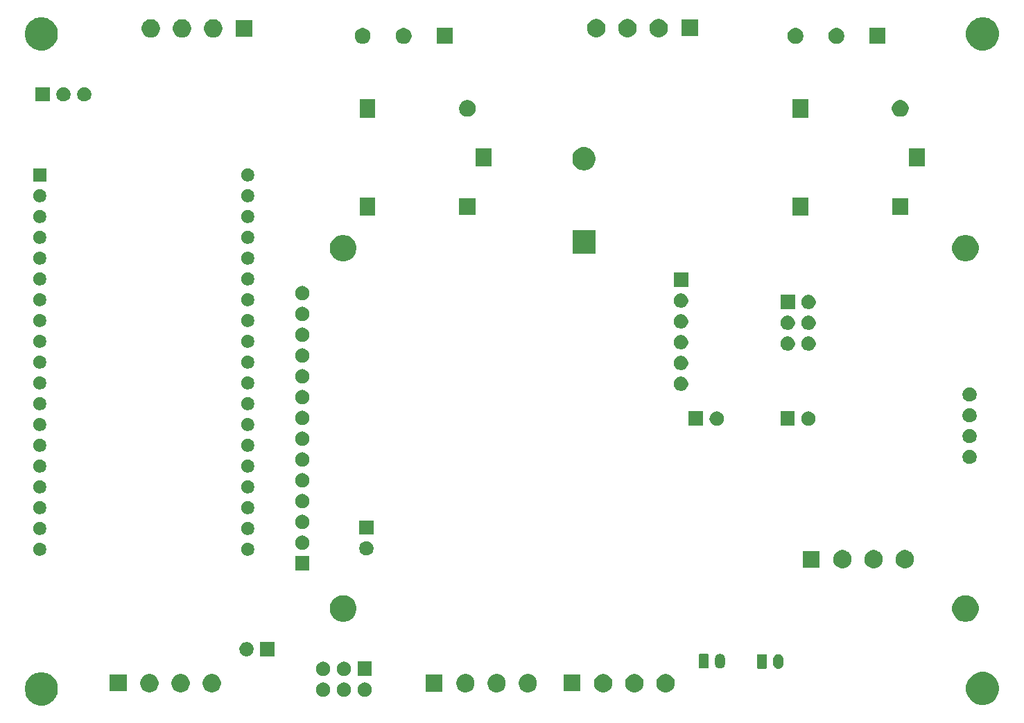
<source format=gbr>
G04 #@! TF.GenerationSoftware,KiCad,Pcbnew,(5.1.6)-1*
G04 #@! TF.CreationDate,2022-02-21T17:01:38-05:00*
G04 #@! TF.ProjectId,ControllerCircuit,436f6e74-726f-46c6-9c65-724369726375,rev?*
G04 #@! TF.SameCoordinates,Original*
G04 #@! TF.FileFunction,Soldermask,Bot*
G04 #@! TF.FilePolarity,Negative*
%FSLAX46Y46*%
G04 Gerber Fmt 4.6, Leading zero omitted, Abs format (unit mm)*
G04 Created by KiCad (PCBNEW (5.1.6)-1) date 2022-02-21 17:01:38*
%MOMM*%
%LPD*%
G01*
G04 APERTURE LIST*
%ADD10C,0.100000*%
G04 APERTURE END LIST*
D10*
G36*
X93039212Y-132257627D02*
G01*
X93039214Y-132257628D01*
X93039215Y-132257628D01*
X93146887Y-132302228D01*
X93406829Y-132409899D01*
X93517220Y-132483660D01*
X93737674Y-132630962D01*
X94019038Y-132912326D01*
X94059672Y-132973140D01*
X94240101Y-133243171D01*
X94392373Y-133610788D01*
X94470000Y-134001047D01*
X94470000Y-134398953D01*
X94402319Y-134739212D01*
X94392372Y-134789215D01*
X94347773Y-134896887D01*
X94240101Y-135156829D01*
X94019037Y-135487675D01*
X93737675Y-135769037D01*
X93406829Y-135990101D01*
X93159925Y-136092372D01*
X93039215Y-136142372D01*
X93039214Y-136142372D01*
X93039212Y-136142373D01*
X92648953Y-136220000D01*
X92251047Y-136220000D01*
X91860788Y-136142373D01*
X91860786Y-136142372D01*
X91860785Y-136142372D01*
X91740075Y-136092372D01*
X91493171Y-135990101D01*
X91162325Y-135769037D01*
X90880963Y-135487675D01*
X90659899Y-135156829D01*
X90552227Y-134896887D01*
X90507628Y-134789215D01*
X90497682Y-134739212D01*
X90430000Y-134398953D01*
X90430000Y-134001047D01*
X90507627Y-133610788D01*
X90659899Y-133243171D01*
X90840328Y-132973140D01*
X90880962Y-132912326D01*
X91162326Y-132630962D01*
X91382780Y-132483660D01*
X91493171Y-132409899D01*
X91753113Y-132302228D01*
X91860785Y-132257628D01*
X91860786Y-132257628D01*
X91860788Y-132257627D01*
X92251047Y-132180000D01*
X92648953Y-132180000D01*
X93039212Y-132257627D01*
G37*
G36*
X207989212Y-132207627D02*
G01*
X207989214Y-132207628D01*
X207989215Y-132207628D01*
X208096887Y-132252228D01*
X208356829Y-132359899D01*
X208456805Y-132426701D01*
X208687674Y-132580962D01*
X208969038Y-132862326D01*
X209033059Y-132958141D01*
X209190101Y-133193171D01*
X209271502Y-133389690D01*
X209325071Y-133519016D01*
X209342373Y-133560788D01*
X209420000Y-133951047D01*
X209420000Y-134348953D01*
X209342373Y-134739212D01*
X209190101Y-135106829D01*
X208969037Y-135437675D01*
X208687675Y-135719037D01*
X208356829Y-135940101D01*
X208236118Y-135990101D01*
X207989215Y-136092372D01*
X207989214Y-136092372D01*
X207989212Y-136092373D01*
X207598953Y-136170000D01*
X207201047Y-136170000D01*
X206810788Y-136092373D01*
X206810786Y-136092372D01*
X206810785Y-136092372D01*
X206563882Y-135990101D01*
X206443171Y-135940101D01*
X206112325Y-135719037D01*
X205830963Y-135437675D01*
X205609899Y-135106829D01*
X205457627Y-134739212D01*
X205380000Y-134348953D01*
X205380000Y-133951047D01*
X205457627Y-133560788D01*
X205474930Y-133519016D01*
X205528498Y-133389690D01*
X205609899Y-133193171D01*
X205766941Y-132958141D01*
X205830962Y-132862326D01*
X206112326Y-132580962D01*
X206343195Y-132426701D01*
X206443171Y-132359899D01*
X206703113Y-132252228D01*
X206810785Y-132207628D01*
X206810786Y-132207628D01*
X206810788Y-132207627D01*
X207201047Y-132130000D01*
X207598953Y-132130000D01*
X207989212Y-132207627D01*
G37*
G36*
X127022921Y-133433373D02*
G01*
X127123770Y-133453433D01*
X127282100Y-133519016D01*
X127424593Y-133614227D01*
X127545773Y-133735407D01*
X127640984Y-133877900D01*
X127706567Y-134036230D01*
X127726627Y-134137079D01*
X127740000Y-134204310D01*
X127740000Y-134375690D01*
X127726627Y-134442921D01*
X127706567Y-134543770D01*
X127640984Y-134702100D01*
X127545773Y-134844593D01*
X127424593Y-134965773D01*
X127282100Y-135060984D01*
X127123770Y-135126567D01*
X127022921Y-135146627D01*
X126955690Y-135160000D01*
X126784310Y-135160000D01*
X126717079Y-135146627D01*
X126616230Y-135126567D01*
X126457900Y-135060984D01*
X126315407Y-134965773D01*
X126194227Y-134844593D01*
X126099016Y-134702100D01*
X126033433Y-134543770D01*
X126013373Y-134442921D01*
X126000000Y-134375690D01*
X126000000Y-134204310D01*
X126013373Y-134137079D01*
X126033433Y-134036230D01*
X126099016Y-133877900D01*
X126194227Y-133735407D01*
X126315407Y-133614227D01*
X126457900Y-133519016D01*
X126616230Y-133453433D01*
X126717079Y-133433373D01*
X126784310Y-133420000D01*
X126955690Y-133420000D01*
X127022921Y-133433373D01*
G37*
G36*
X129562921Y-133433373D02*
G01*
X129663770Y-133453433D01*
X129822100Y-133519016D01*
X129964593Y-133614227D01*
X130085773Y-133735407D01*
X130180984Y-133877900D01*
X130246567Y-134036230D01*
X130266627Y-134137079D01*
X130280000Y-134204310D01*
X130280000Y-134375690D01*
X130266627Y-134442921D01*
X130246567Y-134543770D01*
X130180984Y-134702100D01*
X130085773Y-134844593D01*
X129964593Y-134965773D01*
X129822100Y-135060984D01*
X129663770Y-135126567D01*
X129562921Y-135146627D01*
X129495690Y-135160000D01*
X129324310Y-135160000D01*
X129257079Y-135146627D01*
X129156230Y-135126567D01*
X128997900Y-135060984D01*
X128855407Y-134965773D01*
X128734227Y-134844593D01*
X128639016Y-134702100D01*
X128573433Y-134543770D01*
X128553373Y-134442921D01*
X128540000Y-134375690D01*
X128540000Y-134204310D01*
X128553373Y-134137079D01*
X128573433Y-134036230D01*
X128639016Y-133877900D01*
X128734227Y-133735407D01*
X128855407Y-133614227D01*
X128997900Y-133519016D01*
X129156230Y-133453433D01*
X129257079Y-133433373D01*
X129324310Y-133420000D01*
X129495690Y-133420000D01*
X129562921Y-133433373D01*
G37*
G36*
X132102921Y-133433373D02*
G01*
X132203770Y-133453433D01*
X132362100Y-133519016D01*
X132504593Y-133614227D01*
X132625773Y-133735407D01*
X132720984Y-133877900D01*
X132786567Y-134036230D01*
X132806627Y-134137079D01*
X132820000Y-134204310D01*
X132820000Y-134375690D01*
X132806627Y-134442921D01*
X132786567Y-134543770D01*
X132720984Y-134702100D01*
X132625773Y-134844593D01*
X132504593Y-134965773D01*
X132362100Y-135060984D01*
X132203770Y-135126567D01*
X132102921Y-135146627D01*
X132035690Y-135160000D01*
X131864310Y-135160000D01*
X131797079Y-135146627D01*
X131696230Y-135126567D01*
X131537900Y-135060984D01*
X131395407Y-134965773D01*
X131274227Y-134844593D01*
X131179016Y-134702100D01*
X131113433Y-134543770D01*
X131093373Y-134442921D01*
X131080000Y-134375690D01*
X131080000Y-134204310D01*
X131093373Y-134137079D01*
X131113433Y-134036230D01*
X131179016Y-133877900D01*
X131274227Y-133735407D01*
X131395407Y-133614227D01*
X131537900Y-133519016D01*
X131696230Y-133453433D01*
X131797079Y-133433373D01*
X131864310Y-133420000D01*
X132035690Y-133420000D01*
X132102921Y-133433373D01*
G37*
G36*
X152182378Y-132426701D02*
G01*
X152182380Y-132426702D01*
X152182381Y-132426702D01*
X152242080Y-132451430D01*
X152386205Y-132511129D01*
X152386206Y-132511130D01*
X152565550Y-132630963D01*
X152569644Y-132633699D01*
X152725647Y-132789702D01*
X152848217Y-132973141D01*
X152932645Y-133176968D01*
X152975686Y-133393350D01*
X152975686Y-133613970D01*
X152932645Y-133830352D01*
X152848217Y-134034179D01*
X152786932Y-134125898D01*
X152728094Y-134213957D01*
X152725647Y-134217618D01*
X152569644Y-134373621D01*
X152386205Y-134496191D01*
X152271339Y-134543770D01*
X152182381Y-134580618D01*
X152182380Y-134580618D01*
X152182378Y-134580619D01*
X151965996Y-134623660D01*
X151745376Y-134623660D01*
X151528994Y-134580619D01*
X151528992Y-134580618D01*
X151528991Y-134580618D01*
X151440033Y-134543770D01*
X151325167Y-134496191D01*
X151141728Y-134373621D01*
X150985725Y-134217618D01*
X150983279Y-134213957D01*
X150924440Y-134125898D01*
X150863155Y-134034179D01*
X150778727Y-133830352D01*
X150735686Y-133613970D01*
X150735686Y-133393350D01*
X150778727Y-133176968D01*
X150863155Y-132973141D01*
X150985725Y-132789702D01*
X151141728Y-132633699D01*
X151145823Y-132630963D01*
X151325166Y-132511130D01*
X151325167Y-132511129D01*
X151469292Y-132451430D01*
X151528991Y-132426702D01*
X151528992Y-132426702D01*
X151528994Y-132426701D01*
X151745376Y-132383660D01*
X151965996Y-132383660D01*
X152182378Y-132426701D01*
G37*
G36*
X144562378Y-132426701D02*
G01*
X144562380Y-132426702D01*
X144562381Y-132426702D01*
X144622080Y-132451430D01*
X144766205Y-132511129D01*
X144766206Y-132511130D01*
X144945550Y-132630963D01*
X144949644Y-132633699D01*
X145105647Y-132789702D01*
X145228217Y-132973141D01*
X145312645Y-133176968D01*
X145355686Y-133393350D01*
X145355686Y-133613970D01*
X145312645Y-133830352D01*
X145228217Y-134034179D01*
X145166932Y-134125898D01*
X145108094Y-134213957D01*
X145105647Y-134217618D01*
X144949644Y-134373621D01*
X144766205Y-134496191D01*
X144651339Y-134543770D01*
X144562381Y-134580618D01*
X144562380Y-134580618D01*
X144562378Y-134580619D01*
X144345996Y-134623660D01*
X144125376Y-134623660D01*
X143908994Y-134580619D01*
X143908992Y-134580618D01*
X143908991Y-134580618D01*
X143820033Y-134543770D01*
X143705167Y-134496191D01*
X143521728Y-134373621D01*
X143365725Y-134217618D01*
X143363279Y-134213957D01*
X143304440Y-134125898D01*
X143243155Y-134034179D01*
X143158727Y-133830352D01*
X143115686Y-133613970D01*
X143115686Y-133393350D01*
X143158727Y-133176968D01*
X143243155Y-132973141D01*
X143365725Y-132789702D01*
X143521728Y-132633699D01*
X143525823Y-132630963D01*
X143705166Y-132511130D01*
X143705167Y-132511129D01*
X143849292Y-132451430D01*
X143908991Y-132426702D01*
X143908992Y-132426702D01*
X143908994Y-132426701D01*
X144125376Y-132383660D01*
X144345996Y-132383660D01*
X144562378Y-132426701D01*
G37*
G36*
X148372378Y-132426701D02*
G01*
X148372380Y-132426702D01*
X148372381Y-132426702D01*
X148432080Y-132451430D01*
X148576205Y-132511129D01*
X148576206Y-132511130D01*
X148755550Y-132630963D01*
X148759644Y-132633699D01*
X148915647Y-132789702D01*
X149038217Y-132973141D01*
X149122645Y-133176968D01*
X149165686Y-133393350D01*
X149165686Y-133613970D01*
X149122645Y-133830352D01*
X149038217Y-134034179D01*
X148976932Y-134125898D01*
X148918094Y-134213957D01*
X148915647Y-134217618D01*
X148759644Y-134373621D01*
X148576205Y-134496191D01*
X148461339Y-134543770D01*
X148372381Y-134580618D01*
X148372380Y-134580618D01*
X148372378Y-134580619D01*
X148155996Y-134623660D01*
X147935376Y-134623660D01*
X147718994Y-134580619D01*
X147718992Y-134580618D01*
X147718991Y-134580618D01*
X147630033Y-134543770D01*
X147515167Y-134496191D01*
X147331728Y-134373621D01*
X147175725Y-134217618D01*
X147173279Y-134213957D01*
X147114440Y-134125898D01*
X147053155Y-134034179D01*
X146968727Y-133830352D01*
X146925686Y-133613970D01*
X146925686Y-133393350D01*
X146968727Y-133176968D01*
X147053155Y-132973141D01*
X147175725Y-132789702D01*
X147331728Y-132633699D01*
X147335823Y-132630963D01*
X147515166Y-132511130D01*
X147515167Y-132511129D01*
X147659292Y-132451430D01*
X147718991Y-132426702D01*
X147718992Y-132426702D01*
X147718994Y-132426701D01*
X147935376Y-132383660D01*
X148155996Y-132383660D01*
X148372378Y-132426701D01*
G37*
G36*
X113596692Y-132423041D02*
G01*
X113596694Y-132423042D01*
X113596695Y-132423042D01*
X113656394Y-132447770D01*
X113800519Y-132507469D01*
X113892238Y-132568754D01*
X113983957Y-132630038D01*
X114139962Y-132786043D01*
X114190932Y-132862325D01*
X114262531Y-132969481D01*
X114346959Y-133173308D01*
X114390000Y-133389690D01*
X114390000Y-133610310D01*
X114346959Y-133826692D01*
X114262531Y-134030519D01*
X114258715Y-134036230D01*
X114139962Y-134213957D01*
X113983957Y-134369962D01*
X113892239Y-134431246D01*
X113800519Y-134492531D01*
X113676824Y-134543767D01*
X113596695Y-134576958D01*
X113596694Y-134576958D01*
X113596692Y-134576959D01*
X113380310Y-134620000D01*
X113159690Y-134620000D01*
X112943308Y-134576959D01*
X112943306Y-134576958D01*
X112943305Y-134576958D01*
X112863176Y-134543767D01*
X112739481Y-134492531D01*
X112647761Y-134431246D01*
X112556043Y-134369962D01*
X112400038Y-134213957D01*
X112281285Y-134036230D01*
X112277469Y-134030519D01*
X112193041Y-133826692D01*
X112150000Y-133610310D01*
X112150000Y-133389690D01*
X112193041Y-133173308D01*
X112277469Y-132969481D01*
X112349068Y-132862325D01*
X112400038Y-132786043D01*
X112556043Y-132630038D01*
X112647761Y-132568754D01*
X112739481Y-132507469D01*
X112883606Y-132447770D01*
X112943305Y-132423042D01*
X112943306Y-132423042D01*
X112943308Y-132423041D01*
X113159690Y-132380000D01*
X113380310Y-132380000D01*
X113596692Y-132423041D01*
G37*
G36*
X109786692Y-132423041D02*
G01*
X109786694Y-132423042D01*
X109786695Y-132423042D01*
X109846394Y-132447770D01*
X109990519Y-132507469D01*
X110082238Y-132568754D01*
X110173957Y-132630038D01*
X110329962Y-132786043D01*
X110380932Y-132862325D01*
X110452531Y-132969481D01*
X110536959Y-133173308D01*
X110580000Y-133389690D01*
X110580000Y-133610310D01*
X110536959Y-133826692D01*
X110452531Y-134030519D01*
X110448715Y-134036230D01*
X110329962Y-134213957D01*
X110173957Y-134369962D01*
X110082239Y-134431246D01*
X109990519Y-134492531D01*
X109866824Y-134543767D01*
X109786695Y-134576958D01*
X109786694Y-134576958D01*
X109786692Y-134576959D01*
X109570310Y-134620000D01*
X109349690Y-134620000D01*
X109133308Y-134576959D01*
X109133306Y-134576958D01*
X109133305Y-134576958D01*
X109053176Y-134543767D01*
X108929481Y-134492531D01*
X108837761Y-134431246D01*
X108746043Y-134369962D01*
X108590038Y-134213957D01*
X108471285Y-134036230D01*
X108467469Y-134030519D01*
X108383041Y-133826692D01*
X108340000Y-133610310D01*
X108340000Y-133389690D01*
X108383041Y-133173308D01*
X108467469Y-132969481D01*
X108539068Y-132862325D01*
X108590038Y-132786043D01*
X108746043Y-132630038D01*
X108837761Y-132568754D01*
X108929481Y-132507469D01*
X109073606Y-132447770D01*
X109133305Y-132423042D01*
X109133306Y-132423042D01*
X109133308Y-132423041D01*
X109349690Y-132380000D01*
X109570310Y-132380000D01*
X109786692Y-132423041D01*
G37*
G36*
X105976692Y-132423041D02*
G01*
X105976694Y-132423042D01*
X105976695Y-132423042D01*
X106036394Y-132447770D01*
X106180519Y-132507469D01*
X106272238Y-132568754D01*
X106363957Y-132630038D01*
X106519962Y-132786043D01*
X106570932Y-132862325D01*
X106642531Y-132969481D01*
X106726959Y-133173308D01*
X106770000Y-133389690D01*
X106770000Y-133610310D01*
X106726959Y-133826692D01*
X106642531Y-134030519D01*
X106638715Y-134036230D01*
X106519962Y-134213957D01*
X106363957Y-134369962D01*
X106272239Y-134431246D01*
X106180519Y-134492531D01*
X106056824Y-134543767D01*
X105976695Y-134576958D01*
X105976694Y-134576958D01*
X105976692Y-134576959D01*
X105760310Y-134620000D01*
X105539690Y-134620000D01*
X105323308Y-134576959D01*
X105323306Y-134576958D01*
X105323305Y-134576958D01*
X105243176Y-134543767D01*
X105119481Y-134492531D01*
X105027761Y-134431246D01*
X104936043Y-134369962D01*
X104780038Y-134213957D01*
X104661285Y-134036230D01*
X104657469Y-134030519D01*
X104573041Y-133826692D01*
X104530000Y-133610310D01*
X104530000Y-133389690D01*
X104573041Y-133173308D01*
X104657469Y-132969481D01*
X104729068Y-132862325D01*
X104780038Y-132786043D01*
X104936043Y-132630038D01*
X105027761Y-132568754D01*
X105119481Y-132507469D01*
X105263606Y-132447770D01*
X105323305Y-132423042D01*
X105323306Y-132423042D01*
X105323308Y-132423041D01*
X105539690Y-132380000D01*
X105760310Y-132380000D01*
X105976692Y-132423041D01*
G37*
G36*
X161385712Y-132411701D02*
G01*
X161385714Y-132411702D01*
X161385715Y-132411702D01*
X161419685Y-132425773D01*
X161589539Y-132496129D01*
X161626737Y-132520984D01*
X161772977Y-132618698D01*
X161928982Y-132774703D01*
X161987529Y-132862325D01*
X162051551Y-132958141D01*
X162135979Y-133161968D01*
X162179020Y-133378350D01*
X162179020Y-133598970D01*
X162135979Y-133815352D01*
X162051551Y-134019179D01*
X162040158Y-134036230D01*
X161928982Y-134202617D01*
X161772977Y-134358622D01*
X161712620Y-134398951D01*
X161589539Y-134481191D01*
X161445414Y-134540889D01*
X161385715Y-134565618D01*
X161385714Y-134565618D01*
X161385712Y-134565619D01*
X161169330Y-134608660D01*
X160948710Y-134608660D01*
X160732328Y-134565619D01*
X160732326Y-134565618D01*
X160732325Y-134565618D01*
X160672626Y-134540889D01*
X160528501Y-134481191D01*
X160405420Y-134398951D01*
X160345063Y-134358622D01*
X160189058Y-134202617D01*
X160077882Y-134036230D01*
X160066489Y-134019179D01*
X159982061Y-133815352D01*
X159939020Y-133598970D01*
X159939020Y-133378350D01*
X159982061Y-133161968D01*
X160066489Y-132958141D01*
X160130511Y-132862325D01*
X160189058Y-132774703D01*
X160345063Y-132618698D01*
X160491303Y-132520984D01*
X160528501Y-132496129D01*
X160698355Y-132425773D01*
X160732325Y-132411702D01*
X160732326Y-132411702D01*
X160732328Y-132411701D01*
X160948710Y-132368660D01*
X161169330Y-132368660D01*
X161385712Y-132411701D01*
G37*
G36*
X169005712Y-132411701D02*
G01*
X169005714Y-132411702D01*
X169005715Y-132411702D01*
X169039685Y-132425773D01*
X169209539Y-132496129D01*
X169246737Y-132520984D01*
X169392977Y-132618698D01*
X169548982Y-132774703D01*
X169607529Y-132862325D01*
X169671551Y-132958141D01*
X169755979Y-133161968D01*
X169799020Y-133378350D01*
X169799020Y-133598970D01*
X169755979Y-133815352D01*
X169671551Y-134019179D01*
X169660158Y-134036230D01*
X169548982Y-134202617D01*
X169392977Y-134358622D01*
X169332620Y-134398951D01*
X169209539Y-134481191D01*
X169065414Y-134540889D01*
X169005715Y-134565618D01*
X169005714Y-134565618D01*
X169005712Y-134565619D01*
X168789330Y-134608660D01*
X168568710Y-134608660D01*
X168352328Y-134565619D01*
X168352326Y-134565618D01*
X168352325Y-134565618D01*
X168292626Y-134540889D01*
X168148501Y-134481191D01*
X168025420Y-134398951D01*
X167965063Y-134358622D01*
X167809058Y-134202617D01*
X167697882Y-134036230D01*
X167686489Y-134019179D01*
X167602061Y-133815352D01*
X167559020Y-133598970D01*
X167559020Y-133378350D01*
X167602061Y-133161968D01*
X167686489Y-132958141D01*
X167750511Y-132862325D01*
X167809058Y-132774703D01*
X167965063Y-132618698D01*
X168111303Y-132520984D01*
X168148501Y-132496129D01*
X168318355Y-132425773D01*
X168352325Y-132411702D01*
X168352326Y-132411702D01*
X168352328Y-132411701D01*
X168568710Y-132368660D01*
X168789330Y-132368660D01*
X169005712Y-132411701D01*
G37*
G36*
X165195712Y-132411701D02*
G01*
X165195714Y-132411702D01*
X165195715Y-132411702D01*
X165229685Y-132425773D01*
X165399539Y-132496129D01*
X165436737Y-132520984D01*
X165582977Y-132618698D01*
X165738982Y-132774703D01*
X165797529Y-132862325D01*
X165861551Y-132958141D01*
X165945979Y-133161968D01*
X165989020Y-133378350D01*
X165989020Y-133598970D01*
X165945979Y-133815352D01*
X165861551Y-134019179D01*
X165850158Y-134036230D01*
X165738982Y-134202617D01*
X165582977Y-134358622D01*
X165522620Y-134398951D01*
X165399539Y-134481191D01*
X165255414Y-134540889D01*
X165195715Y-134565618D01*
X165195714Y-134565618D01*
X165195712Y-134565619D01*
X164979330Y-134608660D01*
X164758710Y-134608660D01*
X164542328Y-134565619D01*
X164542326Y-134565618D01*
X164542325Y-134565618D01*
X164482626Y-134540889D01*
X164338501Y-134481191D01*
X164215420Y-134398951D01*
X164155063Y-134358622D01*
X163999058Y-134202617D01*
X163887882Y-134036230D01*
X163876489Y-134019179D01*
X163792061Y-133815352D01*
X163749020Y-133598970D01*
X163749020Y-133378350D01*
X163792061Y-133161968D01*
X163876489Y-132958141D01*
X163940511Y-132862325D01*
X163999058Y-132774703D01*
X164155063Y-132618698D01*
X164301303Y-132520984D01*
X164338501Y-132496129D01*
X164508355Y-132425773D01*
X164542325Y-132411702D01*
X164542326Y-132411702D01*
X164542328Y-132411701D01*
X164758710Y-132368660D01*
X164979330Y-132368660D01*
X165195712Y-132411701D01*
G37*
G36*
X141445686Y-134523660D02*
G01*
X139405686Y-134523660D01*
X139405686Y-132483660D01*
X141445686Y-132483660D01*
X141445686Y-134523660D01*
G37*
G36*
X102860000Y-134520000D02*
G01*
X100820000Y-134520000D01*
X100820000Y-132480000D01*
X102860000Y-132480000D01*
X102860000Y-134520000D01*
G37*
G36*
X158269020Y-134508660D02*
G01*
X156229020Y-134508660D01*
X156229020Y-132468660D01*
X158269020Y-132468660D01*
X158269020Y-134508660D01*
G37*
G36*
X127022921Y-130893373D02*
G01*
X127123770Y-130913433D01*
X127282100Y-130979016D01*
X127424593Y-131074227D01*
X127545773Y-131195407D01*
X127640984Y-131337900D01*
X127706567Y-131496230D01*
X127714304Y-131535127D01*
X127738237Y-131655445D01*
X127740000Y-131664312D01*
X127740000Y-131835688D01*
X127706567Y-132003770D01*
X127640984Y-132162100D01*
X127545773Y-132304593D01*
X127424593Y-132425773D01*
X127282100Y-132520984D01*
X127123770Y-132586567D01*
X127022921Y-132606627D01*
X126955690Y-132620000D01*
X126784310Y-132620000D01*
X126717079Y-132606627D01*
X126616230Y-132586567D01*
X126457900Y-132520984D01*
X126315407Y-132425773D01*
X126194227Y-132304593D01*
X126099016Y-132162100D01*
X126033433Y-132003770D01*
X126000000Y-131835688D01*
X126000000Y-131664312D01*
X126001764Y-131655445D01*
X126025696Y-131535127D01*
X126033433Y-131496230D01*
X126099016Y-131337900D01*
X126194227Y-131195407D01*
X126315407Y-131074227D01*
X126457900Y-130979016D01*
X126616230Y-130913433D01*
X126717079Y-130893373D01*
X126784310Y-130880000D01*
X126955690Y-130880000D01*
X127022921Y-130893373D01*
G37*
G36*
X129562921Y-130893373D02*
G01*
X129663770Y-130913433D01*
X129822100Y-130979016D01*
X129964593Y-131074227D01*
X130085773Y-131195407D01*
X130180984Y-131337900D01*
X130246567Y-131496230D01*
X130254304Y-131535127D01*
X130278237Y-131655445D01*
X130280000Y-131664312D01*
X130280000Y-131835688D01*
X130246567Y-132003770D01*
X130180984Y-132162100D01*
X130085773Y-132304593D01*
X129964593Y-132425773D01*
X129822100Y-132520984D01*
X129663770Y-132586567D01*
X129562921Y-132606627D01*
X129495690Y-132620000D01*
X129324310Y-132620000D01*
X129257079Y-132606627D01*
X129156230Y-132586567D01*
X128997900Y-132520984D01*
X128855407Y-132425773D01*
X128734227Y-132304593D01*
X128639016Y-132162100D01*
X128573433Y-132003770D01*
X128540000Y-131835688D01*
X128540000Y-131664312D01*
X128541764Y-131655445D01*
X128565696Y-131535127D01*
X128573433Y-131496230D01*
X128639016Y-131337900D01*
X128734227Y-131195407D01*
X128855407Y-131074227D01*
X128997900Y-130979016D01*
X129156230Y-130913433D01*
X129257079Y-130893373D01*
X129324310Y-130880000D01*
X129495690Y-130880000D01*
X129562921Y-130893373D01*
G37*
G36*
X132820000Y-132620000D02*
G01*
X131080000Y-132620000D01*
X131080000Y-130880000D01*
X132820000Y-130880000D01*
X132820000Y-132620000D01*
G37*
G36*
X182577798Y-129963571D02*
G01*
X182694672Y-129999024D01*
X182802378Y-130056594D01*
X182802380Y-130056595D01*
X182802379Y-130056595D01*
X182896787Y-130134073D01*
X182974265Y-130228480D01*
X182974266Y-130228482D01*
X183031836Y-130336187D01*
X183067289Y-130453061D01*
X183076260Y-130544146D01*
X183076260Y-131155054D01*
X183067289Y-131246139D01*
X183031836Y-131363013D01*
X182974266Y-131470719D01*
X182896787Y-131565127D01*
X182802379Y-131642606D01*
X182694673Y-131700176D01*
X182577799Y-131735629D01*
X182456260Y-131747600D01*
X182334722Y-131735629D01*
X182217848Y-131700176D01*
X182110142Y-131642606D01*
X182015734Y-131565127D01*
X182007527Y-131555127D01*
X181938256Y-131470720D01*
X181880684Y-131363011D01*
X181880683Y-131363010D01*
X181845231Y-131246139D01*
X181836260Y-131155054D01*
X181836260Y-130544147D01*
X181845231Y-130453062D01*
X181880684Y-130336188D01*
X181938254Y-130228482D01*
X181994852Y-130159517D01*
X182015733Y-130134073D01*
X182110140Y-130056595D01*
X182159402Y-130030264D01*
X182217847Y-129999024D01*
X182334721Y-129963571D01*
X182456260Y-129951600D01*
X182577798Y-129963571D01*
G37*
G36*
X180915185Y-129958918D02*
G01*
X180952614Y-129970272D01*
X180987105Y-129988707D01*
X181017339Y-130013521D01*
X181042153Y-130043755D01*
X181060588Y-130078246D01*
X181071942Y-130115675D01*
X181076260Y-130159517D01*
X181076260Y-131539683D01*
X181071942Y-131583525D01*
X181060588Y-131620954D01*
X181042153Y-131655445D01*
X181017339Y-131685679D01*
X180987105Y-131710493D01*
X180952614Y-131728928D01*
X180915185Y-131740282D01*
X180871343Y-131744600D01*
X180041177Y-131744600D01*
X179997335Y-131740282D01*
X179959906Y-131728928D01*
X179925415Y-131710493D01*
X179895181Y-131685679D01*
X179870367Y-131655445D01*
X179851932Y-131620954D01*
X179840578Y-131583525D01*
X179836260Y-131539683D01*
X179836260Y-130159517D01*
X179840578Y-130115675D01*
X179851932Y-130078246D01*
X179870367Y-130043755D01*
X179895181Y-130013521D01*
X179925415Y-129988707D01*
X179959906Y-129970272D01*
X179997335Y-129958918D01*
X180041177Y-129954600D01*
X180871343Y-129954600D01*
X180915185Y-129958918D01*
G37*
G36*
X175452258Y-129933571D02*
G01*
X175569132Y-129969024D01*
X175676838Y-130026594D01*
X175676840Y-130026595D01*
X175676839Y-130026595D01*
X175771247Y-130104073D01*
X175848725Y-130198480D01*
X175848726Y-130198482D01*
X175906296Y-130306187D01*
X175941749Y-130423061D01*
X175950720Y-130514146D01*
X175950720Y-131125054D01*
X175941749Y-131216139D01*
X175906296Y-131333013D01*
X175848726Y-131440719D01*
X175771247Y-131535127D01*
X175676839Y-131612606D01*
X175569133Y-131670176D01*
X175452259Y-131705629D01*
X175330720Y-131717600D01*
X175209182Y-131705629D01*
X175092308Y-131670176D01*
X174984602Y-131612606D01*
X174890194Y-131535127D01*
X174866837Y-131506666D01*
X174812716Y-131440720D01*
X174771179Y-131363010D01*
X174755143Y-131333010D01*
X174719691Y-131216139D01*
X174710720Y-131125054D01*
X174710720Y-130514147D01*
X174719691Y-130423062D01*
X174755144Y-130306188D01*
X174812714Y-130198482D01*
X174844692Y-130159517D01*
X174890193Y-130104073D01*
X174984600Y-130026595D01*
X175033862Y-130000264D01*
X175092307Y-129969024D01*
X175209181Y-129933571D01*
X175330720Y-129921600D01*
X175452258Y-129933571D01*
G37*
G36*
X173789645Y-129928918D02*
G01*
X173827074Y-129940272D01*
X173861565Y-129958707D01*
X173891799Y-129983521D01*
X173916613Y-130013755D01*
X173935048Y-130048246D01*
X173946402Y-130085675D01*
X173950720Y-130129517D01*
X173950720Y-131509683D01*
X173946402Y-131553525D01*
X173935048Y-131590954D01*
X173916613Y-131625445D01*
X173891799Y-131655679D01*
X173861565Y-131680493D01*
X173827074Y-131698928D01*
X173789645Y-131710282D01*
X173745803Y-131714600D01*
X172915637Y-131714600D01*
X172871795Y-131710282D01*
X172834366Y-131698928D01*
X172799875Y-131680493D01*
X172769641Y-131655679D01*
X172744827Y-131625445D01*
X172726392Y-131590954D01*
X172715038Y-131553525D01*
X172710720Y-131509683D01*
X172710720Y-130129517D01*
X172715038Y-130085675D01*
X172726392Y-130048246D01*
X172744827Y-130013755D01*
X172769641Y-129983521D01*
X172799875Y-129958707D01*
X172834366Y-129940272D01*
X172871795Y-129928918D01*
X172915637Y-129924600D01*
X173745803Y-129924600D01*
X173789645Y-129928918D01*
G37*
G36*
X117662921Y-128493373D02*
G01*
X117763770Y-128513433D01*
X117922100Y-128579016D01*
X118064593Y-128674227D01*
X118185773Y-128795407D01*
X118280984Y-128937900D01*
X118346567Y-129096230D01*
X118380000Y-129264312D01*
X118380000Y-129435688D01*
X118346567Y-129603770D01*
X118280984Y-129762100D01*
X118185773Y-129904593D01*
X118064593Y-130025773D01*
X117922100Y-130120984D01*
X117763770Y-130186567D01*
X117662921Y-130206627D01*
X117595690Y-130220000D01*
X117424310Y-130220000D01*
X117357079Y-130206627D01*
X117256230Y-130186567D01*
X117097900Y-130120984D01*
X116955407Y-130025773D01*
X116834227Y-129904593D01*
X116739016Y-129762100D01*
X116673433Y-129603770D01*
X116640000Y-129435688D01*
X116640000Y-129264312D01*
X116673433Y-129096230D01*
X116739016Y-128937900D01*
X116834227Y-128795407D01*
X116955407Y-128674227D01*
X117097900Y-128579016D01*
X117256230Y-128513433D01*
X117357079Y-128493373D01*
X117424310Y-128480000D01*
X117595690Y-128480000D01*
X117662921Y-128493373D01*
G37*
G36*
X120920000Y-130220000D02*
G01*
X119180000Y-130220000D01*
X119180000Y-128480000D01*
X120920000Y-128480000D01*
X120920000Y-130220000D01*
G37*
G36*
X205772536Y-122817256D02*
G01*
X205772538Y-122817257D01*
X205772539Y-122817257D01*
X205881444Y-122862367D01*
X206067358Y-122939375D01*
X206332689Y-123116664D01*
X206558336Y-123342311D01*
X206735625Y-123607642D01*
X206857744Y-123902464D01*
X206920000Y-124215444D01*
X206920000Y-124534556D01*
X206857744Y-124847536D01*
X206735625Y-125142358D01*
X206558336Y-125407689D01*
X206332689Y-125633336D01*
X206067358Y-125810625D01*
X205881444Y-125887633D01*
X205772539Y-125932743D01*
X205772538Y-125932743D01*
X205772536Y-125932744D01*
X205459556Y-125995000D01*
X205140444Y-125995000D01*
X204827464Y-125932744D01*
X204827462Y-125932743D01*
X204827461Y-125932743D01*
X204718556Y-125887633D01*
X204532642Y-125810625D01*
X204267311Y-125633336D01*
X204041664Y-125407689D01*
X203864375Y-125142358D01*
X203742256Y-124847536D01*
X203680000Y-124534556D01*
X203680000Y-124215444D01*
X203742256Y-123902464D01*
X203864375Y-123607642D01*
X204041664Y-123342311D01*
X204267311Y-123116664D01*
X204532642Y-122939375D01*
X204718556Y-122862367D01*
X204827461Y-122817257D01*
X204827462Y-122817257D01*
X204827464Y-122817256D01*
X205140444Y-122755000D01*
X205459556Y-122755000D01*
X205772536Y-122817256D01*
G37*
G36*
X129772536Y-122817256D02*
G01*
X129772538Y-122817257D01*
X129772539Y-122817257D01*
X129881444Y-122862367D01*
X130067358Y-122939375D01*
X130332689Y-123116664D01*
X130558336Y-123342311D01*
X130735625Y-123607642D01*
X130857744Y-123902464D01*
X130920000Y-124215444D01*
X130920000Y-124534556D01*
X130857744Y-124847536D01*
X130735625Y-125142358D01*
X130558336Y-125407689D01*
X130332689Y-125633336D01*
X130067358Y-125810625D01*
X129881444Y-125887633D01*
X129772539Y-125932743D01*
X129772538Y-125932743D01*
X129772536Y-125932744D01*
X129459556Y-125995000D01*
X129140444Y-125995000D01*
X128827464Y-125932744D01*
X128827462Y-125932743D01*
X128827461Y-125932743D01*
X128718556Y-125887633D01*
X128532642Y-125810625D01*
X128267311Y-125633336D01*
X128041664Y-125407689D01*
X127864375Y-125142358D01*
X127742256Y-124847536D01*
X127680000Y-124534556D01*
X127680000Y-124215444D01*
X127742256Y-123902464D01*
X127864375Y-123607642D01*
X128041664Y-123342311D01*
X128267311Y-123116664D01*
X128532642Y-122939375D01*
X128718556Y-122862367D01*
X128827461Y-122817257D01*
X128827462Y-122817257D01*
X128827464Y-122817256D01*
X129140444Y-122755000D01*
X129459556Y-122755000D01*
X129772536Y-122817256D01*
G37*
G36*
X125170000Y-119745000D02*
G01*
X123430000Y-119745000D01*
X123430000Y-118005000D01*
X125170000Y-118005000D01*
X125170000Y-119745000D01*
G37*
G36*
X198226692Y-117283041D02*
G01*
X198226694Y-117283042D01*
X198226695Y-117283042D01*
X198252587Y-117293767D01*
X198430519Y-117367469D01*
X198522239Y-117428754D01*
X198613957Y-117490038D01*
X198769962Y-117646043D01*
X198779268Y-117659971D01*
X198892531Y-117829481D01*
X198925883Y-117910000D01*
X198965234Y-118005000D01*
X198976959Y-118033308D01*
X199020000Y-118249690D01*
X199020000Y-118470310D01*
X198976959Y-118686692D01*
X198892531Y-118890519D01*
X198769961Y-119073958D01*
X198613958Y-119229961D01*
X198430519Y-119352531D01*
X198286394Y-119412229D01*
X198226695Y-119436958D01*
X198226694Y-119436958D01*
X198226692Y-119436959D01*
X198010310Y-119480000D01*
X197789690Y-119480000D01*
X197573308Y-119436959D01*
X197573306Y-119436958D01*
X197573305Y-119436958D01*
X197513606Y-119412229D01*
X197369481Y-119352531D01*
X197186042Y-119229961D01*
X197030039Y-119073958D01*
X196907469Y-118890519D01*
X196823041Y-118686692D01*
X196780000Y-118470310D01*
X196780000Y-118249690D01*
X196823041Y-118033308D01*
X196834767Y-118005000D01*
X196874117Y-117910000D01*
X196907469Y-117829481D01*
X197020732Y-117659971D01*
X197030038Y-117646043D01*
X197186043Y-117490038D01*
X197277761Y-117428754D01*
X197369481Y-117367469D01*
X197547413Y-117293767D01*
X197573305Y-117283042D01*
X197573306Y-117283042D01*
X197573308Y-117283041D01*
X197789690Y-117240000D01*
X198010310Y-117240000D01*
X198226692Y-117283041D01*
G37*
G36*
X190606692Y-117283041D02*
G01*
X190606694Y-117283042D01*
X190606695Y-117283042D01*
X190632587Y-117293767D01*
X190810519Y-117367469D01*
X190902239Y-117428754D01*
X190993957Y-117490038D01*
X191149962Y-117646043D01*
X191159268Y-117659971D01*
X191272531Y-117829481D01*
X191305883Y-117910000D01*
X191345234Y-118005000D01*
X191356959Y-118033308D01*
X191400000Y-118249690D01*
X191400000Y-118470310D01*
X191356959Y-118686692D01*
X191272531Y-118890519D01*
X191149961Y-119073958D01*
X190993958Y-119229961D01*
X190810519Y-119352531D01*
X190666394Y-119412229D01*
X190606695Y-119436958D01*
X190606694Y-119436958D01*
X190606692Y-119436959D01*
X190390310Y-119480000D01*
X190169690Y-119480000D01*
X189953308Y-119436959D01*
X189953306Y-119436958D01*
X189953305Y-119436958D01*
X189893606Y-119412229D01*
X189749481Y-119352531D01*
X189566042Y-119229961D01*
X189410039Y-119073958D01*
X189287469Y-118890519D01*
X189203041Y-118686692D01*
X189160000Y-118470310D01*
X189160000Y-118249690D01*
X189203041Y-118033308D01*
X189214767Y-118005000D01*
X189254117Y-117910000D01*
X189287469Y-117829481D01*
X189400732Y-117659971D01*
X189410038Y-117646043D01*
X189566043Y-117490038D01*
X189657761Y-117428754D01*
X189749481Y-117367469D01*
X189927413Y-117293767D01*
X189953305Y-117283042D01*
X189953306Y-117283042D01*
X189953308Y-117283041D01*
X190169690Y-117240000D01*
X190390310Y-117240000D01*
X190606692Y-117283041D01*
G37*
G36*
X194416692Y-117283041D02*
G01*
X194416694Y-117283042D01*
X194416695Y-117283042D01*
X194442587Y-117293767D01*
X194620519Y-117367469D01*
X194712239Y-117428754D01*
X194803957Y-117490038D01*
X194959962Y-117646043D01*
X194969268Y-117659971D01*
X195082531Y-117829481D01*
X195115883Y-117910000D01*
X195155234Y-118005000D01*
X195166959Y-118033308D01*
X195210000Y-118249690D01*
X195210000Y-118470310D01*
X195166959Y-118686692D01*
X195082531Y-118890519D01*
X194959961Y-119073958D01*
X194803958Y-119229961D01*
X194620519Y-119352531D01*
X194476394Y-119412229D01*
X194416695Y-119436958D01*
X194416694Y-119436958D01*
X194416692Y-119436959D01*
X194200310Y-119480000D01*
X193979690Y-119480000D01*
X193763308Y-119436959D01*
X193763306Y-119436958D01*
X193763305Y-119436958D01*
X193703606Y-119412229D01*
X193559481Y-119352531D01*
X193376042Y-119229961D01*
X193220039Y-119073958D01*
X193097469Y-118890519D01*
X193013041Y-118686692D01*
X192970000Y-118470310D01*
X192970000Y-118249690D01*
X193013041Y-118033308D01*
X193024767Y-118005000D01*
X193064117Y-117910000D01*
X193097469Y-117829481D01*
X193210732Y-117659971D01*
X193220038Y-117646043D01*
X193376043Y-117490038D01*
X193467761Y-117428754D01*
X193559481Y-117367469D01*
X193737413Y-117293767D01*
X193763305Y-117283042D01*
X193763306Y-117283042D01*
X193763308Y-117283041D01*
X193979690Y-117240000D01*
X194200310Y-117240000D01*
X194416692Y-117283041D01*
G37*
G36*
X187490000Y-119380000D02*
G01*
X185450000Y-119380000D01*
X185450000Y-117340000D01*
X187490000Y-117340000D01*
X187490000Y-119380000D01*
G37*
G36*
X117889745Y-116380743D02*
G01*
X117889747Y-116380744D01*
X117889748Y-116380744D01*
X117986185Y-116420690D01*
X118035336Y-116441049D01*
X118166364Y-116528599D01*
X118277795Y-116640030D01*
X118365345Y-116771058D01*
X118425651Y-116916649D01*
X118456394Y-117071207D01*
X118456394Y-117228793D01*
X118425651Y-117383351D01*
X118365345Y-117528942D01*
X118277795Y-117659970D01*
X118166364Y-117771401D01*
X118079441Y-117829481D01*
X118035336Y-117858951D01*
X117889748Y-117919256D01*
X117889747Y-117919256D01*
X117889745Y-117919257D01*
X117735187Y-117950000D01*
X117577601Y-117950000D01*
X117423043Y-117919257D01*
X117423041Y-117919256D01*
X117423040Y-117919256D01*
X117277452Y-117858951D01*
X117233347Y-117829481D01*
X117146424Y-117771401D01*
X117034993Y-117659970D01*
X116947443Y-117528942D01*
X116887137Y-117383351D01*
X116856394Y-117228793D01*
X116856394Y-117071207D01*
X116887137Y-116916649D01*
X116947443Y-116771058D01*
X117034993Y-116640030D01*
X117146424Y-116528599D01*
X117277452Y-116441049D01*
X117326603Y-116420690D01*
X117423040Y-116380744D01*
X117423041Y-116380744D01*
X117423043Y-116380743D01*
X117577601Y-116350000D01*
X117735187Y-116350000D01*
X117889745Y-116380743D01*
G37*
G36*
X92489745Y-116380743D02*
G01*
X92489747Y-116380744D01*
X92489748Y-116380744D01*
X92586185Y-116420690D01*
X92635336Y-116441049D01*
X92766364Y-116528599D01*
X92877795Y-116640030D01*
X92965345Y-116771058D01*
X93025651Y-116916649D01*
X93056394Y-117071207D01*
X93056394Y-117228793D01*
X93025651Y-117383351D01*
X92965345Y-117528942D01*
X92877795Y-117659970D01*
X92766364Y-117771401D01*
X92679441Y-117829481D01*
X92635336Y-117858951D01*
X92489748Y-117919256D01*
X92489747Y-117919256D01*
X92489745Y-117919257D01*
X92335187Y-117950000D01*
X92177601Y-117950000D01*
X92023043Y-117919257D01*
X92023041Y-117919256D01*
X92023040Y-117919256D01*
X91877452Y-117858951D01*
X91833347Y-117829481D01*
X91746424Y-117771401D01*
X91634993Y-117659970D01*
X91547443Y-117528942D01*
X91487137Y-117383351D01*
X91456394Y-117228793D01*
X91456394Y-117071207D01*
X91487137Y-116916649D01*
X91547443Y-116771058D01*
X91634993Y-116640030D01*
X91746424Y-116528599D01*
X91877452Y-116441049D01*
X91926603Y-116420690D01*
X92023040Y-116380744D01*
X92023041Y-116380744D01*
X92023043Y-116380743D01*
X92177601Y-116350000D01*
X92335187Y-116350000D01*
X92489745Y-116380743D01*
G37*
G36*
X132292921Y-116183373D02*
G01*
X132393770Y-116203433D01*
X132552100Y-116269016D01*
X132694593Y-116364227D01*
X132815773Y-116485407D01*
X132910984Y-116627900D01*
X132976567Y-116786230D01*
X132996627Y-116887079D01*
X133002509Y-116916649D01*
X133010000Y-116954312D01*
X133010000Y-117125688D01*
X132976567Y-117293770D01*
X132910984Y-117452100D01*
X132815773Y-117594593D01*
X132694593Y-117715773D01*
X132552100Y-117810984D01*
X132393770Y-117876567D01*
X132292921Y-117896627D01*
X132225690Y-117910000D01*
X132054310Y-117910000D01*
X131987079Y-117896627D01*
X131886230Y-117876567D01*
X131727900Y-117810984D01*
X131585407Y-117715773D01*
X131464227Y-117594593D01*
X131369016Y-117452100D01*
X131303433Y-117293770D01*
X131270000Y-117125688D01*
X131270000Y-116954312D01*
X131277492Y-116916649D01*
X131283373Y-116887079D01*
X131303433Y-116786230D01*
X131369016Y-116627900D01*
X131464227Y-116485407D01*
X131585407Y-116364227D01*
X131727900Y-116269016D01*
X131886230Y-116203433D01*
X131987079Y-116183373D01*
X132054310Y-116170000D01*
X132225690Y-116170000D01*
X132292921Y-116183373D01*
G37*
G36*
X124452921Y-115478373D02*
G01*
X124553770Y-115498433D01*
X124712100Y-115564016D01*
X124854593Y-115659227D01*
X124975773Y-115780407D01*
X125070984Y-115922900D01*
X125136567Y-116081230D01*
X125170000Y-116249312D01*
X125170000Y-116420688D01*
X125136567Y-116588770D01*
X125070984Y-116747100D01*
X124975773Y-116889593D01*
X124854593Y-117010773D01*
X124712100Y-117105984D01*
X124553770Y-117171567D01*
X124452921Y-117191627D01*
X124385690Y-117205000D01*
X124214310Y-117205000D01*
X124147079Y-117191627D01*
X124046230Y-117171567D01*
X123887900Y-117105984D01*
X123745407Y-117010773D01*
X123624227Y-116889593D01*
X123529016Y-116747100D01*
X123463433Y-116588770D01*
X123430000Y-116420688D01*
X123430000Y-116249312D01*
X123463433Y-116081230D01*
X123529016Y-115922900D01*
X123624227Y-115780407D01*
X123745407Y-115659227D01*
X123887900Y-115564016D01*
X124046230Y-115498433D01*
X124147079Y-115478373D01*
X124214310Y-115465000D01*
X124385690Y-115465000D01*
X124452921Y-115478373D01*
G37*
G36*
X92489745Y-113840743D02*
G01*
X92489747Y-113840744D01*
X92489748Y-113840744D01*
X92635336Y-113901049D01*
X92766365Y-113988600D01*
X92877794Y-114100029D01*
X92965345Y-114231058D01*
X93025650Y-114376646D01*
X93056394Y-114531209D01*
X93056394Y-114688791D01*
X93025650Y-114843354D01*
X92965345Y-114988942D01*
X92877794Y-115119971D01*
X92766365Y-115231400D01*
X92635336Y-115318951D01*
X92489748Y-115379256D01*
X92489747Y-115379256D01*
X92489745Y-115379257D01*
X92335187Y-115410000D01*
X92177601Y-115410000D01*
X92023043Y-115379257D01*
X92023041Y-115379256D01*
X92023040Y-115379256D01*
X91877452Y-115318951D01*
X91746423Y-115231400D01*
X91634994Y-115119971D01*
X91547443Y-114988942D01*
X91487138Y-114843354D01*
X91456394Y-114688791D01*
X91456394Y-114531209D01*
X91487138Y-114376646D01*
X91547443Y-114231058D01*
X91634994Y-114100029D01*
X91746423Y-113988600D01*
X91877452Y-113901049D01*
X92023040Y-113840744D01*
X92023041Y-113840744D01*
X92023043Y-113840743D01*
X92177601Y-113810000D01*
X92335187Y-113810000D01*
X92489745Y-113840743D01*
G37*
G36*
X117889745Y-113840743D02*
G01*
X117889747Y-113840744D01*
X117889748Y-113840744D01*
X118035336Y-113901049D01*
X118166365Y-113988600D01*
X118277794Y-114100029D01*
X118365345Y-114231058D01*
X118425650Y-114376646D01*
X118456394Y-114531209D01*
X118456394Y-114688791D01*
X118425650Y-114843354D01*
X118365345Y-114988942D01*
X118277794Y-115119971D01*
X118166365Y-115231400D01*
X118035336Y-115318951D01*
X117889748Y-115379256D01*
X117889747Y-115379256D01*
X117889745Y-115379257D01*
X117735187Y-115410000D01*
X117577601Y-115410000D01*
X117423043Y-115379257D01*
X117423041Y-115379256D01*
X117423040Y-115379256D01*
X117277452Y-115318951D01*
X117146423Y-115231400D01*
X117034994Y-115119971D01*
X116947443Y-114988942D01*
X116887138Y-114843354D01*
X116856394Y-114688791D01*
X116856394Y-114531209D01*
X116887138Y-114376646D01*
X116947443Y-114231058D01*
X117034994Y-114100029D01*
X117146423Y-113988600D01*
X117277452Y-113901049D01*
X117423040Y-113840744D01*
X117423041Y-113840744D01*
X117423043Y-113840743D01*
X117577601Y-113810000D01*
X117735187Y-113810000D01*
X117889745Y-113840743D01*
G37*
G36*
X133010000Y-115370000D02*
G01*
X131270000Y-115370000D01*
X131270000Y-113630000D01*
X133010000Y-113630000D01*
X133010000Y-115370000D01*
G37*
G36*
X124452921Y-112938373D02*
G01*
X124553770Y-112958433D01*
X124712100Y-113024016D01*
X124854593Y-113119227D01*
X124975773Y-113240407D01*
X125070984Y-113382900D01*
X125136567Y-113541230D01*
X125170000Y-113709312D01*
X125170000Y-113880688D01*
X125136567Y-114048770D01*
X125070984Y-114207100D01*
X124975773Y-114349593D01*
X124854593Y-114470773D01*
X124712100Y-114565984D01*
X124553770Y-114631567D01*
X124452921Y-114651627D01*
X124385690Y-114665000D01*
X124214310Y-114665000D01*
X124147079Y-114651627D01*
X124046230Y-114631567D01*
X123887900Y-114565984D01*
X123745407Y-114470773D01*
X123624227Y-114349593D01*
X123529016Y-114207100D01*
X123463433Y-114048770D01*
X123430000Y-113880688D01*
X123430000Y-113709312D01*
X123463433Y-113541230D01*
X123529016Y-113382900D01*
X123624227Y-113240407D01*
X123745407Y-113119227D01*
X123887900Y-113024016D01*
X124046230Y-112958433D01*
X124147079Y-112938373D01*
X124214310Y-112925000D01*
X124385690Y-112925000D01*
X124452921Y-112938373D01*
G37*
G36*
X92489745Y-111300743D02*
G01*
X92489747Y-111300744D01*
X92489748Y-111300744D01*
X92635336Y-111361049D01*
X92766365Y-111448600D01*
X92877794Y-111560029D01*
X92965345Y-111691058D01*
X93025650Y-111836646D01*
X93056394Y-111991209D01*
X93056394Y-112148791D01*
X93025650Y-112303354D01*
X92965345Y-112448942D01*
X92877794Y-112579971D01*
X92766365Y-112691400D01*
X92635336Y-112778951D01*
X92489748Y-112839256D01*
X92489747Y-112839256D01*
X92489745Y-112839257D01*
X92335187Y-112870000D01*
X92177601Y-112870000D01*
X92023043Y-112839257D01*
X92023041Y-112839256D01*
X92023040Y-112839256D01*
X91877452Y-112778951D01*
X91746423Y-112691400D01*
X91634994Y-112579971D01*
X91547443Y-112448942D01*
X91487138Y-112303354D01*
X91456394Y-112148791D01*
X91456394Y-111991209D01*
X91487138Y-111836646D01*
X91547443Y-111691058D01*
X91634994Y-111560029D01*
X91746423Y-111448600D01*
X91877452Y-111361049D01*
X92023040Y-111300744D01*
X92023041Y-111300744D01*
X92023043Y-111300743D01*
X92177601Y-111270000D01*
X92335187Y-111270000D01*
X92489745Y-111300743D01*
G37*
G36*
X117889745Y-111300743D02*
G01*
X117889747Y-111300744D01*
X117889748Y-111300744D01*
X118035336Y-111361049D01*
X118166365Y-111448600D01*
X118277794Y-111560029D01*
X118365345Y-111691058D01*
X118425650Y-111836646D01*
X118456394Y-111991209D01*
X118456394Y-112148791D01*
X118425650Y-112303354D01*
X118365345Y-112448942D01*
X118277794Y-112579971D01*
X118166365Y-112691400D01*
X118035336Y-112778951D01*
X117889748Y-112839256D01*
X117889747Y-112839256D01*
X117889745Y-112839257D01*
X117735187Y-112870000D01*
X117577601Y-112870000D01*
X117423043Y-112839257D01*
X117423041Y-112839256D01*
X117423040Y-112839256D01*
X117277452Y-112778951D01*
X117146423Y-112691400D01*
X117034994Y-112579971D01*
X116947443Y-112448942D01*
X116887138Y-112303354D01*
X116856394Y-112148791D01*
X116856394Y-111991209D01*
X116887138Y-111836646D01*
X116947443Y-111691058D01*
X117034994Y-111560029D01*
X117146423Y-111448600D01*
X117277452Y-111361049D01*
X117423040Y-111300744D01*
X117423041Y-111300744D01*
X117423043Y-111300743D01*
X117577601Y-111270000D01*
X117735187Y-111270000D01*
X117889745Y-111300743D01*
G37*
G36*
X124452921Y-110398373D02*
G01*
X124553770Y-110418433D01*
X124712100Y-110484016D01*
X124854593Y-110579227D01*
X124975773Y-110700407D01*
X125070984Y-110842900D01*
X125136567Y-111001230D01*
X125170000Y-111169312D01*
X125170000Y-111340688D01*
X125136567Y-111508770D01*
X125070984Y-111667100D01*
X124975773Y-111809593D01*
X124854593Y-111930773D01*
X124712100Y-112025984D01*
X124553770Y-112091567D01*
X124452921Y-112111627D01*
X124385690Y-112125000D01*
X124214310Y-112125000D01*
X124147079Y-112111627D01*
X124046230Y-112091567D01*
X123887900Y-112025984D01*
X123745407Y-111930773D01*
X123624227Y-111809593D01*
X123529016Y-111667100D01*
X123463433Y-111508770D01*
X123430000Y-111340688D01*
X123430000Y-111169312D01*
X123463433Y-111001230D01*
X123529016Y-110842900D01*
X123624227Y-110700407D01*
X123745407Y-110579227D01*
X123887900Y-110484016D01*
X124046230Y-110418433D01*
X124147079Y-110398373D01*
X124214310Y-110385000D01*
X124385690Y-110385000D01*
X124452921Y-110398373D01*
G37*
G36*
X117889745Y-108760743D02*
G01*
X117889747Y-108760744D01*
X117889748Y-108760744D01*
X118035336Y-108821049D01*
X118166365Y-108908600D01*
X118277794Y-109020029D01*
X118365345Y-109151058D01*
X118425650Y-109296646D01*
X118456394Y-109451209D01*
X118456394Y-109608791D01*
X118425650Y-109763354D01*
X118365345Y-109908942D01*
X118277794Y-110039971D01*
X118166365Y-110151400D01*
X118035336Y-110238951D01*
X117889748Y-110299256D01*
X117889747Y-110299256D01*
X117889745Y-110299257D01*
X117735187Y-110330000D01*
X117577601Y-110330000D01*
X117423043Y-110299257D01*
X117423041Y-110299256D01*
X117423040Y-110299256D01*
X117277452Y-110238951D01*
X117146423Y-110151400D01*
X117034994Y-110039971D01*
X116947443Y-109908942D01*
X116887138Y-109763354D01*
X116856394Y-109608791D01*
X116856394Y-109451209D01*
X116887138Y-109296646D01*
X116947443Y-109151058D01*
X117034994Y-109020029D01*
X117146423Y-108908600D01*
X117277452Y-108821049D01*
X117423040Y-108760744D01*
X117423041Y-108760744D01*
X117423043Y-108760743D01*
X117577601Y-108730000D01*
X117735187Y-108730000D01*
X117889745Y-108760743D01*
G37*
G36*
X92489745Y-108760743D02*
G01*
X92489747Y-108760744D01*
X92489748Y-108760744D01*
X92635336Y-108821049D01*
X92766365Y-108908600D01*
X92877794Y-109020029D01*
X92965345Y-109151058D01*
X93025650Y-109296646D01*
X93056394Y-109451209D01*
X93056394Y-109608791D01*
X93025650Y-109763354D01*
X92965345Y-109908942D01*
X92877794Y-110039971D01*
X92766365Y-110151400D01*
X92635336Y-110238951D01*
X92489748Y-110299256D01*
X92489747Y-110299256D01*
X92489745Y-110299257D01*
X92335187Y-110330000D01*
X92177601Y-110330000D01*
X92023043Y-110299257D01*
X92023041Y-110299256D01*
X92023040Y-110299256D01*
X91877452Y-110238951D01*
X91746423Y-110151400D01*
X91634994Y-110039971D01*
X91547443Y-109908942D01*
X91487138Y-109763354D01*
X91456394Y-109608791D01*
X91456394Y-109451209D01*
X91487138Y-109296646D01*
X91547443Y-109151058D01*
X91634994Y-109020029D01*
X91746423Y-108908600D01*
X91877452Y-108821049D01*
X92023040Y-108760744D01*
X92023041Y-108760744D01*
X92023043Y-108760743D01*
X92177601Y-108730000D01*
X92335187Y-108730000D01*
X92489745Y-108760743D01*
G37*
G36*
X124452921Y-107858373D02*
G01*
X124553770Y-107878433D01*
X124712100Y-107944016D01*
X124854593Y-108039227D01*
X124975773Y-108160407D01*
X125070984Y-108302900D01*
X125136567Y-108461230D01*
X125170000Y-108629312D01*
X125170000Y-108800688D01*
X125136567Y-108968770D01*
X125070984Y-109127100D01*
X124975773Y-109269593D01*
X124854593Y-109390773D01*
X124712100Y-109485984D01*
X124553770Y-109551567D01*
X124452921Y-109571627D01*
X124385690Y-109585000D01*
X124214310Y-109585000D01*
X124147079Y-109571627D01*
X124046230Y-109551567D01*
X123887900Y-109485984D01*
X123745407Y-109390773D01*
X123624227Y-109269593D01*
X123529016Y-109127100D01*
X123463433Y-108968770D01*
X123430000Y-108800688D01*
X123430000Y-108629312D01*
X123463433Y-108461230D01*
X123529016Y-108302900D01*
X123624227Y-108160407D01*
X123745407Y-108039227D01*
X123887900Y-107944016D01*
X124046230Y-107878433D01*
X124147079Y-107858373D01*
X124214310Y-107845000D01*
X124385690Y-107845000D01*
X124452921Y-107858373D01*
G37*
G36*
X117889745Y-106220743D02*
G01*
X117889747Y-106220744D01*
X117889748Y-106220744D01*
X118035336Y-106281049D01*
X118166365Y-106368600D01*
X118277794Y-106480029D01*
X118365345Y-106611058D01*
X118425650Y-106756646D01*
X118456394Y-106911209D01*
X118456394Y-107068791D01*
X118425650Y-107223354D01*
X118365345Y-107368942D01*
X118277794Y-107499971D01*
X118166365Y-107611400D01*
X118035336Y-107698951D01*
X117889748Y-107759256D01*
X117889747Y-107759256D01*
X117889745Y-107759257D01*
X117735187Y-107790000D01*
X117577601Y-107790000D01*
X117423043Y-107759257D01*
X117423041Y-107759256D01*
X117423040Y-107759256D01*
X117277452Y-107698951D01*
X117146423Y-107611400D01*
X117034994Y-107499971D01*
X116947443Y-107368942D01*
X116887138Y-107223354D01*
X116856394Y-107068791D01*
X116856394Y-106911209D01*
X116887138Y-106756646D01*
X116947443Y-106611058D01*
X117034994Y-106480029D01*
X117146423Y-106368600D01*
X117277452Y-106281049D01*
X117423040Y-106220744D01*
X117423041Y-106220744D01*
X117423043Y-106220743D01*
X117577601Y-106190000D01*
X117735187Y-106190000D01*
X117889745Y-106220743D01*
G37*
G36*
X92489745Y-106220743D02*
G01*
X92489747Y-106220744D01*
X92489748Y-106220744D01*
X92635336Y-106281049D01*
X92766365Y-106368600D01*
X92877794Y-106480029D01*
X92965345Y-106611058D01*
X93025650Y-106756646D01*
X93056394Y-106911209D01*
X93056394Y-107068791D01*
X93025650Y-107223354D01*
X92965345Y-107368942D01*
X92877794Y-107499971D01*
X92766365Y-107611400D01*
X92635336Y-107698951D01*
X92489748Y-107759256D01*
X92489747Y-107759256D01*
X92489745Y-107759257D01*
X92335187Y-107790000D01*
X92177601Y-107790000D01*
X92023043Y-107759257D01*
X92023041Y-107759256D01*
X92023040Y-107759256D01*
X91877452Y-107698951D01*
X91746423Y-107611400D01*
X91634994Y-107499971D01*
X91547443Y-107368942D01*
X91487138Y-107223354D01*
X91456394Y-107068791D01*
X91456394Y-106911209D01*
X91487138Y-106756646D01*
X91547443Y-106611058D01*
X91634994Y-106480029D01*
X91746423Y-106368600D01*
X91877452Y-106281049D01*
X92023040Y-106220744D01*
X92023041Y-106220744D01*
X92023043Y-106220743D01*
X92177601Y-106190000D01*
X92335187Y-106190000D01*
X92489745Y-106220743D01*
G37*
G36*
X124452921Y-105318373D02*
G01*
X124553770Y-105338433D01*
X124712100Y-105404016D01*
X124854593Y-105499227D01*
X124975773Y-105620407D01*
X125070984Y-105762900D01*
X125136567Y-105921230D01*
X125144416Y-105960690D01*
X125170000Y-106089310D01*
X125170000Y-106260690D01*
X125156627Y-106327921D01*
X125136567Y-106428770D01*
X125070984Y-106587100D01*
X124975773Y-106729593D01*
X124854593Y-106850773D01*
X124712100Y-106945984D01*
X124553770Y-107011567D01*
X124452921Y-107031627D01*
X124385690Y-107045000D01*
X124214310Y-107045000D01*
X124147079Y-107031627D01*
X124046230Y-107011567D01*
X123887900Y-106945984D01*
X123745407Y-106850773D01*
X123624227Y-106729593D01*
X123529016Y-106587100D01*
X123463433Y-106428770D01*
X123443373Y-106327921D01*
X123430000Y-106260690D01*
X123430000Y-106089310D01*
X123455584Y-105960690D01*
X123463433Y-105921230D01*
X123529016Y-105762900D01*
X123624227Y-105620407D01*
X123745407Y-105499227D01*
X123887900Y-105404016D01*
X124046230Y-105338433D01*
X124147079Y-105318373D01*
X124214310Y-105305000D01*
X124385690Y-105305000D01*
X124452921Y-105318373D01*
G37*
G36*
X205952921Y-105018373D02*
G01*
X206053770Y-105038433D01*
X206212100Y-105104016D01*
X206354593Y-105199227D01*
X206475773Y-105320407D01*
X206570984Y-105462900D01*
X206636567Y-105621230D01*
X206656627Y-105722079D01*
X206664747Y-105762900D01*
X206670000Y-105789312D01*
X206670000Y-105960688D01*
X206636567Y-106128770D01*
X206570984Y-106287100D01*
X206475773Y-106429593D01*
X206354593Y-106550773D01*
X206212100Y-106645984D01*
X206053770Y-106711567D01*
X205952921Y-106731627D01*
X205885690Y-106745000D01*
X205714310Y-106745000D01*
X205647079Y-106731627D01*
X205546230Y-106711567D01*
X205387900Y-106645984D01*
X205245407Y-106550773D01*
X205124227Y-106429593D01*
X205029016Y-106287100D01*
X204963433Y-106128770D01*
X204930000Y-105960688D01*
X204930000Y-105789312D01*
X204935254Y-105762900D01*
X204943373Y-105722079D01*
X204963433Y-105621230D01*
X205029016Y-105462900D01*
X205124227Y-105320407D01*
X205245407Y-105199227D01*
X205387900Y-105104016D01*
X205546230Y-105038433D01*
X205647079Y-105018373D01*
X205714310Y-105005000D01*
X205885690Y-105005000D01*
X205952921Y-105018373D01*
G37*
G36*
X92489745Y-103680743D02*
G01*
X92489747Y-103680744D01*
X92489748Y-103680744D01*
X92635336Y-103741049D01*
X92766365Y-103828600D01*
X92877794Y-103940029D01*
X92965345Y-104071058D01*
X93025650Y-104216646D01*
X93056394Y-104371209D01*
X93056394Y-104528791D01*
X93025650Y-104683354D01*
X92965345Y-104828942D01*
X92877794Y-104959971D01*
X92766365Y-105071400D01*
X92635336Y-105158951D01*
X92489748Y-105219256D01*
X92489747Y-105219256D01*
X92489745Y-105219257D01*
X92335187Y-105250000D01*
X92177601Y-105250000D01*
X92023043Y-105219257D01*
X92023041Y-105219256D01*
X92023040Y-105219256D01*
X91877452Y-105158951D01*
X91746423Y-105071400D01*
X91634994Y-104959971D01*
X91547443Y-104828942D01*
X91487138Y-104683354D01*
X91456394Y-104528791D01*
X91456394Y-104371209D01*
X91487138Y-104216646D01*
X91547443Y-104071058D01*
X91634994Y-103940029D01*
X91746423Y-103828600D01*
X91877452Y-103741049D01*
X92023040Y-103680744D01*
X92023041Y-103680744D01*
X92023043Y-103680743D01*
X92177601Y-103650000D01*
X92335187Y-103650000D01*
X92489745Y-103680743D01*
G37*
G36*
X117889745Y-103680743D02*
G01*
X117889747Y-103680744D01*
X117889748Y-103680744D01*
X118035336Y-103741049D01*
X118166365Y-103828600D01*
X118277794Y-103940029D01*
X118365345Y-104071058D01*
X118425650Y-104216646D01*
X118456394Y-104371209D01*
X118456394Y-104528791D01*
X118425650Y-104683354D01*
X118365345Y-104828942D01*
X118277794Y-104959971D01*
X118166365Y-105071400D01*
X118035336Y-105158951D01*
X117889748Y-105219256D01*
X117889747Y-105219256D01*
X117889745Y-105219257D01*
X117735187Y-105250000D01*
X117577601Y-105250000D01*
X117423043Y-105219257D01*
X117423041Y-105219256D01*
X117423040Y-105219256D01*
X117277452Y-105158951D01*
X117146423Y-105071400D01*
X117034994Y-104959971D01*
X116947443Y-104828942D01*
X116887138Y-104683354D01*
X116856394Y-104528791D01*
X116856394Y-104371209D01*
X116887138Y-104216646D01*
X116947443Y-104071058D01*
X117034994Y-103940029D01*
X117146423Y-103828600D01*
X117277452Y-103741049D01*
X117423040Y-103680744D01*
X117423041Y-103680744D01*
X117423043Y-103680743D01*
X117577601Y-103650000D01*
X117735187Y-103650000D01*
X117889745Y-103680743D01*
G37*
G36*
X124452921Y-102778373D02*
G01*
X124553770Y-102798433D01*
X124712100Y-102864016D01*
X124854593Y-102959227D01*
X124975773Y-103080407D01*
X125070984Y-103222900D01*
X125136567Y-103381230D01*
X125144416Y-103420690D01*
X125170000Y-103549310D01*
X125170000Y-103720690D01*
X125156627Y-103787921D01*
X125136567Y-103888770D01*
X125070984Y-104047100D01*
X124975773Y-104189593D01*
X124854593Y-104310773D01*
X124712100Y-104405984D01*
X124553770Y-104471567D01*
X124452921Y-104491627D01*
X124385690Y-104505000D01*
X124214310Y-104505000D01*
X124147079Y-104491627D01*
X124046230Y-104471567D01*
X123887900Y-104405984D01*
X123745407Y-104310773D01*
X123624227Y-104189593D01*
X123529016Y-104047100D01*
X123463433Y-103888770D01*
X123443373Y-103787921D01*
X123430000Y-103720690D01*
X123430000Y-103549310D01*
X123455584Y-103420690D01*
X123463433Y-103381230D01*
X123529016Y-103222900D01*
X123624227Y-103080407D01*
X123745407Y-102959227D01*
X123887900Y-102864016D01*
X124046230Y-102798433D01*
X124147079Y-102778373D01*
X124214310Y-102765000D01*
X124385690Y-102765000D01*
X124452921Y-102778373D01*
G37*
G36*
X205952921Y-102478373D02*
G01*
X206053770Y-102498433D01*
X206212100Y-102564016D01*
X206354593Y-102659227D01*
X206475773Y-102780407D01*
X206570984Y-102922900D01*
X206636567Y-103081230D01*
X206656627Y-103182079D01*
X206664747Y-103222900D01*
X206670000Y-103249312D01*
X206670000Y-103420688D01*
X206636567Y-103588770D01*
X206570984Y-103747100D01*
X206475773Y-103889593D01*
X206354593Y-104010773D01*
X206212100Y-104105984D01*
X206053770Y-104171567D01*
X205952921Y-104191627D01*
X205885690Y-104205000D01*
X205714310Y-104205000D01*
X205647079Y-104191627D01*
X205546230Y-104171567D01*
X205387900Y-104105984D01*
X205245407Y-104010773D01*
X205124227Y-103889593D01*
X205029016Y-103747100D01*
X204963433Y-103588770D01*
X204930000Y-103420688D01*
X204930000Y-103249312D01*
X204935254Y-103222900D01*
X204943373Y-103182079D01*
X204963433Y-103081230D01*
X205029016Y-102922900D01*
X205124227Y-102780407D01*
X205245407Y-102659227D01*
X205387900Y-102564016D01*
X205546230Y-102498433D01*
X205647079Y-102478373D01*
X205714310Y-102465000D01*
X205885690Y-102465000D01*
X205952921Y-102478373D01*
G37*
G36*
X117889745Y-101140743D02*
G01*
X117889747Y-101140744D01*
X117889748Y-101140744D01*
X117986185Y-101180690D01*
X118035336Y-101201049D01*
X118166364Y-101288599D01*
X118277795Y-101400030D01*
X118325063Y-101470772D01*
X118365345Y-101531058D01*
X118406978Y-101631567D01*
X118425651Y-101676649D01*
X118444373Y-101770772D01*
X118456394Y-101831209D01*
X118456394Y-101988791D01*
X118425650Y-102143354D01*
X118365345Y-102288942D01*
X118277794Y-102419971D01*
X118166365Y-102531400D01*
X118035336Y-102618951D01*
X117889748Y-102679256D01*
X117889747Y-102679256D01*
X117889745Y-102679257D01*
X117735187Y-102710000D01*
X117577601Y-102710000D01*
X117423043Y-102679257D01*
X117423041Y-102679256D01*
X117423040Y-102679256D01*
X117277452Y-102618951D01*
X117146423Y-102531400D01*
X117034994Y-102419971D01*
X116947443Y-102288942D01*
X116887138Y-102143354D01*
X116856394Y-101988791D01*
X116856394Y-101831209D01*
X116868415Y-101770772D01*
X116887137Y-101676649D01*
X116905811Y-101631567D01*
X116947443Y-101531058D01*
X116987725Y-101470772D01*
X117034993Y-101400030D01*
X117146424Y-101288599D01*
X117277452Y-101201049D01*
X117326603Y-101180690D01*
X117423040Y-101140744D01*
X117423041Y-101140744D01*
X117423043Y-101140743D01*
X117577601Y-101110000D01*
X117735187Y-101110000D01*
X117889745Y-101140743D01*
G37*
G36*
X92489745Y-101140743D02*
G01*
X92489747Y-101140744D01*
X92489748Y-101140744D01*
X92586185Y-101180690D01*
X92635336Y-101201049D01*
X92766364Y-101288599D01*
X92877795Y-101400030D01*
X92925063Y-101470772D01*
X92965345Y-101531058D01*
X93006978Y-101631567D01*
X93025651Y-101676649D01*
X93044373Y-101770772D01*
X93056394Y-101831209D01*
X93056394Y-101988791D01*
X93025650Y-102143354D01*
X92965345Y-102288942D01*
X92877794Y-102419971D01*
X92766365Y-102531400D01*
X92635336Y-102618951D01*
X92489748Y-102679256D01*
X92489747Y-102679256D01*
X92489745Y-102679257D01*
X92335187Y-102710000D01*
X92177601Y-102710000D01*
X92023043Y-102679257D01*
X92023041Y-102679256D01*
X92023040Y-102679256D01*
X91877452Y-102618951D01*
X91746423Y-102531400D01*
X91634994Y-102419971D01*
X91547443Y-102288942D01*
X91487138Y-102143354D01*
X91456394Y-101988791D01*
X91456394Y-101831209D01*
X91468415Y-101770772D01*
X91487137Y-101676649D01*
X91505811Y-101631567D01*
X91547443Y-101531058D01*
X91587725Y-101470772D01*
X91634993Y-101400030D01*
X91746424Y-101288599D01*
X91877452Y-101201049D01*
X91926603Y-101180690D01*
X92023040Y-101140744D01*
X92023041Y-101140744D01*
X92023043Y-101140743D01*
X92177601Y-101110000D01*
X92335187Y-101110000D01*
X92489745Y-101140743D01*
G37*
G36*
X186245489Y-100324016D02*
G01*
X186369450Y-100348673D01*
X186527780Y-100414256D01*
X186670273Y-100509467D01*
X186791453Y-100630647D01*
X186886664Y-100773140D01*
X186952247Y-100931470D01*
X186967730Y-101009310D01*
X186975579Y-101048767D01*
X186985680Y-101099552D01*
X186985680Y-101270928D01*
X186952247Y-101439010D01*
X186886664Y-101597340D01*
X186791453Y-101739833D01*
X186670273Y-101861013D01*
X186527780Y-101956224D01*
X186369450Y-102021807D01*
X186268601Y-102041867D01*
X186201370Y-102055240D01*
X186029990Y-102055240D01*
X185962759Y-102041867D01*
X185861910Y-102021807D01*
X185703580Y-101956224D01*
X185561087Y-101861013D01*
X185439907Y-101739833D01*
X185344696Y-101597340D01*
X185279113Y-101439010D01*
X185245680Y-101270928D01*
X185245680Y-101099552D01*
X185255782Y-101048767D01*
X185263630Y-101009310D01*
X185279113Y-100931470D01*
X185344696Y-100773140D01*
X185439907Y-100630647D01*
X185561087Y-100509467D01*
X185703580Y-100414256D01*
X185861910Y-100348673D01*
X185985871Y-100324016D01*
X186029990Y-100315240D01*
X186201370Y-100315240D01*
X186245489Y-100324016D01*
G37*
G36*
X184445680Y-102055240D02*
G01*
X182705680Y-102055240D01*
X182705680Y-100315240D01*
X184445680Y-100315240D01*
X184445680Y-102055240D01*
G37*
G36*
X175049169Y-100324016D02*
G01*
X175173130Y-100348673D01*
X175331460Y-100414256D01*
X175473953Y-100509467D01*
X175595133Y-100630647D01*
X175690344Y-100773140D01*
X175755927Y-100931470D01*
X175771410Y-101009310D01*
X175779259Y-101048767D01*
X175789360Y-101099552D01*
X175789360Y-101270928D01*
X175755927Y-101439010D01*
X175690344Y-101597340D01*
X175595133Y-101739833D01*
X175473953Y-101861013D01*
X175331460Y-101956224D01*
X175173130Y-102021807D01*
X175072281Y-102041867D01*
X175005050Y-102055240D01*
X174833670Y-102055240D01*
X174766439Y-102041867D01*
X174665590Y-102021807D01*
X174507260Y-101956224D01*
X174364767Y-101861013D01*
X174243587Y-101739833D01*
X174148376Y-101597340D01*
X174082793Y-101439010D01*
X174049360Y-101270928D01*
X174049360Y-101099552D01*
X174059462Y-101048767D01*
X174067310Y-101009310D01*
X174082793Y-100931470D01*
X174148376Y-100773140D01*
X174243587Y-100630647D01*
X174364767Y-100509467D01*
X174507260Y-100414256D01*
X174665590Y-100348673D01*
X174789551Y-100324016D01*
X174833670Y-100315240D01*
X175005050Y-100315240D01*
X175049169Y-100324016D01*
G37*
G36*
X173249360Y-102055240D02*
G01*
X171509360Y-102055240D01*
X171509360Y-100315240D01*
X173249360Y-100315240D01*
X173249360Y-102055240D01*
G37*
G36*
X124452921Y-100238373D02*
G01*
X124553770Y-100258433D01*
X124712100Y-100324016D01*
X124854593Y-100419227D01*
X124975773Y-100540407D01*
X125070984Y-100682900D01*
X125136567Y-100841230D01*
X125154517Y-100931473D01*
X125170000Y-101009310D01*
X125170000Y-101180690D01*
X125156627Y-101247921D01*
X125136567Y-101348770D01*
X125070984Y-101507100D01*
X124975773Y-101649593D01*
X124854593Y-101770773D01*
X124712100Y-101865984D01*
X124553770Y-101931567D01*
X124452921Y-101951627D01*
X124385690Y-101965000D01*
X124214310Y-101965000D01*
X124147079Y-101951627D01*
X124046230Y-101931567D01*
X123887900Y-101865984D01*
X123745407Y-101770773D01*
X123624227Y-101649593D01*
X123529016Y-101507100D01*
X123463433Y-101348770D01*
X123443373Y-101247921D01*
X123430000Y-101180690D01*
X123430000Y-101009310D01*
X123445483Y-100931473D01*
X123463433Y-100841230D01*
X123529016Y-100682900D01*
X123624227Y-100540407D01*
X123745407Y-100419227D01*
X123887900Y-100324016D01*
X124046230Y-100258433D01*
X124147079Y-100238373D01*
X124214310Y-100225000D01*
X124385690Y-100225000D01*
X124452921Y-100238373D01*
G37*
G36*
X205952921Y-99938373D02*
G01*
X206053770Y-99958433D01*
X206212100Y-100024016D01*
X206354593Y-100119227D01*
X206475773Y-100240407D01*
X206570984Y-100382900D01*
X206636567Y-100541230D01*
X206654353Y-100630647D01*
X206670000Y-100709310D01*
X206670000Y-100880690D01*
X206656627Y-100947921D01*
X206636567Y-101048770D01*
X206570984Y-101207100D01*
X206475773Y-101349593D01*
X206354593Y-101470773D01*
X206212100Y-101565984D01*
X206053770Y-101631567D01*
X205952921Y-101651627D01*
X205885690Y-101665000D01*
X205714310Y-101665000D01*
X205647079Y-101651627D01*
X205546230Y-101631567D01*
X205387900Y-101565984D01*
X205245407Y-101470773D01*
X205124227Y-101349593D01*
X205029016Y-101207100D01*
X204963433Y-101048770D01*
X204943373Y-100947921D01*
X204930000Y-100880690D01*
X204930000Y-100709310D01*
X204945647Y-100630647D01*
X204963433Y-100541230D01*
X205029016Y-100382900D01*
X205124227Y-100240407D01*
X205245407Y-100119227D01*
X205387900Y-100024016D01*
X205546230Y-99958433D01*
X205647079Y-99938373D01*
X205714310Y-99925000D01*
X205885690Y-99925000D01*
X205952921Y-99938373D01*
G37*
G36*
X92489745Y-98600743D02*
G01*
X92489747Y-98600744D01*
X92489748Y-98600744D01*
X92635336Y-98661049D01*
X92766365Y-98748600D01*
X92877794Y-98860029D01*
X92965345Y-98991058D01*
X93025650Y-99136646D01*
X93056394Y-99291209D01*
X93056394Y-99448791D01*
X93025650Y-99603354D01*
X92965345Y-99748942D01*
X92877794Y-99879971D01*
X92766365Y-99991400D01*
X92635336Y-100078951D01*
X92489748Y-100139256D01*
X92489747Y-100139256D01*
X92489745Y-100139257D01*
X92335187Y-100170000D01*
X92177601Y-100170000D01*
X92023043Y-100139257D01*
X92023041Y-100139256D01*
X92023040Y-100139256D01*
X91877452Y-100078951D01*
X91746423Y-99991400D01*
X91634994Y-99879971D01*
X91547443Y-99748942D01*
X91487138Y-99603354D01*
X91456394Y-99448791D01*
X91456394Y-99291209D01*
X91487138Y-99136646D01*
X91547443Y-98991058D01*
X91634994Y-98860029D01*
X91746423Y-98748600D01*
X91877452Y-98661049D01*
X92023040Y-98600744D01*
X92023041Y-98600744D01*
X92023043Y-98600743D01*
X92177601Y-98570000D01*
X92335187Y-98570000D01*
X92489745Y-98600743D01*
G37*
G36*
X117889745Y-98600743D02*
G01*
X117889747Y-98600744D01*
X117889748Y-98600744D01*
X118035336Y-98661049D01*
X118166365Y-98748600D01*
X118277794Y-98860029D01*
X118365345Y-98991058D01*
X118425650Y-99136646D01*
X118456394Y-99291209D01*
X118456394Y-99448791D01*
X118425650Y-99603354D01*
X118365345Y-99748942D01*
X118277794Y-99879971D01*
X118166365Y-99991400D01*
X118035336Y-100078951D01*
X117889748Y-100139256D01*
X117889747Y-100139256D01*
X117889745Y-100139257D01*
X117735187Y-100170000D01*
X117577601Y-100170000D01*
X117423043Y-100139257D01*
X117423041Y-100139256D01*
X117423040Y-100139256D01*
X117277452Y-100078951D01*
X117146423Y-99991400D01*
X117034994Y-99879971D01*
X116947443Y-99748942D01*
X116887138Y-99603354D01*
X116856394Y-99448791D01*
X116856394Y-99291209D01*
X116887138Y-99136646D01*
X116947443Y-98991058D01*
X117034994Y-98860029D01*
X117146423Y-98748600D01*
X117277452Y-98661049D01*
X117423040Y-98600744D01*
X117423041Y-98600744D01*
X117423043Y-98600743D01*
X117577601Y-98570000D01*
X117735187Y-98570000D01*
X117889745Y-98600743D01*
G37*
G36*
X124452921Y-97698373D02*
G01*
X124553770Y-97718433D01*
X124712100Y-97784016D01*
X124854593Y-97879227D01*
X124975773Y-98000407D01*
X125070984Y-98142900D01*
X125136567Y-98301230D01*
X125144416Y-98340690D01*
X125170000Y-98469310D01*
X125170000Y-98640690D01*
X125156627Y-98707921D01*
X125136567Y-98808770D01*
X125070984Y-98967100D01*
X124975773Y-99109593D01*
X124854593Y-99230773D01*
X124712100Y-99325984D01*
X124553770Y-99391567D01*
X124452921Y-99411627D01*
X124385690Y-99425000D01*
X124214310Y-99425000D01*
X124147079Y-99411627D01*
X124046230Y-99391567D01*
X123887900Y-99325984D01*
X123745407Y-99230773D01*
X123624227Y-99109593D01*
X123529016Y-98967100D01*
X123463433Y-98808770D01*
X123443373Y-98707921D01*
X123430000Y-98640690D01*
X123430000Y-98469310D01*
X123455584Y-98340690D01*
X123463433Y-98301230D01*
X123529016Y-98142900D01*
X123624227Y-98000407D01*
X123745407Y-97879227D01*
X123887900Y-97784016D01*
X124046230Y-97718433D01*
X124147079Y-97698373D01*
X124214310Y-97685000D01*
X124385690Y-97685000D01*
X124452921Y-97698373D01*
G37*
G36*
X205952921Y-97398373D02*
G01*
X206053770Y-97418433D01*
X206212100Y-97484016D01*
X206354593Y-97579227D01*
X206475773Y-97700407D01*
X206570984Y-97842900D01*
X206636567Y-98001230D01*
X206656627Y-98102079D01*
X206664747Y-98142900D01*
X206670000Y-98169312D01*
X206670000Y-98340688D01*
X206636567Y-98508770D01*
X206570984Y-98667100D01*
X206475773Y-98809593D01*
X206354593Y-98930773D01*
X206212100Y-99025984D01*
X206053770Y-99091567D01*
X205952921Y-99111627D01*
X205885690Y-99125000D01*
X205714310Y-99125000D01*
X205647079Y-99111627D01*
X205546230Y-99091567D01*
X205387900Y-99025984D01*
X205245407Y-98930773D01*
X205124227Y-98809593D01*
X205029016Y-98667100D01*
X204963433Y-98508770D01*
X204930000Y-98340688D01*
X204930000Y-98169312D01*
X204935254Y-98142900D01*
X204943373Y-98102079D01*
X204963433Y-98001230D01*
X205029016Y-97842900D01*
X205124227Y-97700407D01*
X205245407Y-97579227D01*
X205387900Y-97484016D01*
X205546230Y-97418433D01*
X205647079Y-97398373D01*
X205714310Y-97385000D01*
X205885690Y-97385000D01*
X205952921Y-97398373D01*
G37*
G36*
X170726341Y-96076653D02*
G01*
X170827190Y-96096713D01*
X170985520Y-96162296D01*
X171128013Y-96257507D01*
X171249193Y-96378687D01*
X171344404Y-96521180D01*
X171409987Y-96679510D01*
X171443420Y-96847592D01*
X171443420Y-97018968D01*
X171409987Y-97187050D01*
X171344404Y-97345380D01*
X171249193Y-97487873D01*
X171128013Y-97609053D01*
X170985520Y-97704264D01*
X170827190Y-97769847D01*
X170726341Y-97789907D01*
X170659110Y-97803280D01*
X170487730Y-97803280D01*
X170420499Y-97789907D01*
X170319650Y-97769847D01*
X170161320Y-97704264D01*
X170018827Y-97609053D01*
X169897647Y-97487873D01*
X169802436Y-97345380D01*
X169736853Y-97187050D01*
X169703420Y-97018968D01*
X169703420Y-96847592D01*
X169736853Y-96679510D01*
X169802436Y-96521180D01*
X169897647Y-96378687D01*
X170018827Y-96257507D01*
X170161320Y-96162296D01*
X170319650Y-96096713D01*
X170420499Y-96076653D01*
X170487730Y-96063280D01*
X170659110Y-96063280D01*
X170726341Y-96076653D01*
G37*
G36*
X117889745Y-96060743D02*
G01*
X117889747Y-96060744D01*
X117889748Y-96060744D01*
X117986185Y-96100690D01*
X118035336Y-96121049D01*
X118166364Y-96208599D01*
X118277795Y-96320030D01*
X118365345Y-96451058D01*
X118425651Y-96596649D01*
X118456394Y-96751207D01*
X118456394Y-96908793D01*
X118425651Y-97063351D01*
X118365345Y-97208942D01*
X118277795Y-97339970D01*
X118166364Y-97451401D01*
X118035336Y-97538951D01*
X117889748Y-97599256D01*
X117889747Y-97599256D01*
X117889745Y-97599257D01*
X117735187Y-97630000D01*
X117577601Y-97630000D01*
X117423043Y-97599257D01*
X117423041Y-97599256D01*
X117423040Y-97599256D01*
X117277452Y-97538951D01*
X117146424Y-97451401D01*
X117034993Y-97339970D01*
X116947443Y-97208942D01*
X116887137Y-97063351D01*
X116856394Y-96908793D01*
X116856394Y-96751207D01*
X116887137Y-96596649D01*
X116947443Y-96451058D01*
X117034993Y-96320030D01*
X117146424Y-96208599D01*
X117277452Y-96121049D01*
X117326603Y-96100690D01*
X117423040Y-96060744D01*
X117423041Y-96060744D01*
X117423043Y-96060743D01*
X117577601Y-96030000D01*
X117735187Y-96030000D01*
X117889745Y-96060743D01*
G37*
G36*
X92489745Y-96060743D02*
G01*
X92489747Y-96060744D01*
X92489748Y-96060744D01*
X92586185Y-96100690D01*
X92635336Y-96121049D01*
X92766364Y-96208599D01*
X92877795Y-96320030D01*
X92965345Y-96451058D01*
X93025651Y-96596649D01*
X93056394Y-96751207D01*
X93056394Y-96908793D01*
X93025651Y-97063351D01*
X92965345Y-97208942D01*
X92877795Y-97339970D01*
X92766364Y-97451401D01*
X92635336Y-97538951D01*
X92489748Y-97599256D01*
X92489747Y-97599256D01*
X92489745Y-97599257D01*
X92335187Y-97630000D01*
X92177601Y-97630000D01*
X92023043Y-97599257D01*
X92023041Y-97599256D01*
X92023040Y-97599256D01*
X91877452Y-97538951D01*
X91746424Y-97451401D01*
X91634993Y-97339970D01*
X91547443Y-97208942D01*
X91487137Y-97063351D01*
X91456394Y-96908793D01*
X91456394Y-96751207D01*
X91487137Y-96596649D01*
X91547443Y-96451058D01*
X91634993Y-96320030D01*
X91746424Y-96208599D01*
X91877452Y-96121049D01*
X91926603Y-96100690D01*
X92023040Y-96060744D01*
X92023041Y-96060744D01*
X92023043Y-96060743D01*
X92177601Y-96030000D01*
X92335187Y-96030000D01*
X92489745Y-96060743D01*
G37*
G36*
X124452921Y-95158373D02*
G01*
X124553770Y-95178433D01*
X124712100Y-95244016D01*
X124854593Y-95339227D01*
X124975773Y-95460407D01*
X125070984Y-95602900D01*
X125136567Y-95761230D01*
X125170000Y-95929312D01*
X125170000Y-96100688D01*
X125136567Y-96268770D01*
X125070984Y-96427100D01*
X124975773Y-96569593D01*
X124854593Y-96690773D01*
X124712100Y-96785984D01*
X124553770Y-96851567D01*
X124452921Y-96871627D01*
X124385690Y-96885000D01*
X124214310Y-96885000D01*
X124147079Y-96871627D01*
X124046230Y-96851567D01*
X123887900Y-96785984D01*
X123745407Y-96690773D01*
X123624227Y-96569593D01*
X123529016Y-96427100D01*
X123463433Y-96268770D01*
X123430000Y-96100688D01*
X123430000Y-95929312D01*
X123463433Y-95761230D01*
X123529016Y-95602900D01*
X123624227Y-95460407D01*
X123745407Y-95339227D01*
X123887900Y-95244016D01*
X124046230Y-95178433D01*
X124147079Y-95158373D01*
X124214310Y-95145000D01*
X124385690Y-95145000D01*
X124452921Y-95158373D01*
G37*
G36*
X170726341Y-93536653D02*
G01*
X170827190Y-93556713D01*
X170985520Y-93622296D01*
X171128013Y-93717507D01*
X171249193Y-93838687D01*
X171344404Y-93981180D01*
X171409987Y-94139510D01*
X171443420Y-94307592D01*
X171443420Y-94478968D01*
X171409987Y-94647050D01*
X171344404Y-94805380D01*
X171249193Y-94947873D01*
X171128013Y-95069053D01*
X170985520Y-95164264D01*
X170827190Y-95229847D01*
X170726341Y-95249907D01*
X170659110Y-95263280D01*
X170487730Y-95263280D01*
X170420499Y-95249907D01*
X170319650Y-95229847D01*
X170161320Y-95164264D01*
X170018827Y-95069053D01*
X169897647Y-94947873D01*
X169802436Y-94805380D01*
X169736853Y-94647050D01*
X169703420Y-94478968D01*
X169703420Y-94307592D01*
X169736853Y-94139510D01*
X169802436Y-93981180D01*
X169897647Y-93838687D01*
X170018827Y-93717507D01*
X170161320Y-93622296D01*
X170319650Y-93556713D01*
X170420499Y-93536653D01*
X170487730Y-93523280D01*
X170659110Y-93523280D01*
X170726341Y-93536653D01*
G37*
G36*
X117889745Y-93520743D02*
G01*
X117889747Y-93520744D01*
X117889748Y-93520744D01*
X117986185Y-93560690D01*
X118035336Y-93581049D01*
X118166364Y-93668599D01*
X118277795Y-93780030D01*
X118365345Y-93911058D01*
X118425651Y-94056649D01*
X118456394Y-94211207D01*
X118456394Y-94368793D01*
X118425651Y-94523351D01*
X118365345Y-94668942D01*
X118277795Y-94799970D01*
X118166364Y-94911401D01*
X118035336Y-94998951D01*
X117889748Y-95059256D01*
X117889747Y-95059256D01*
X117889745Y-95059257D01*
X117735187Y-95090000D01*
X117577601Y-95090000D01*
X117423043Y-95059257D01*
X117423041Y-95059256D01*
X117423040Y-95059256D01*
X117277452Y-94998951D01*
X117146424Y-94911401D01*
X117034993Y-94799970D01*
X116947443Y-94668942D01*
X116887137Y-94523351D01*
X116856394Y-94368793D01*
X116856394Y-94211207D01*
X116887137Y-94056649D01*
X116947443Y-93911058D01*
X117034993Y-93780030D01*
X117146424Y-93668599D01*
X117277452Y-93581049D01*
X117326603Y-93560690D01*
X117423040Y-93520744D01*
X117423041Y-93520744D01*
X117423043Y-93520743D01*
X117577601Y-93490000D01*
X117735187Y-93490000D01*
X117889745Y-93520743D01*
G37*
G36*
X92489745Y-93520743D02*
G01*
X92489747Y-93520744D01*
X92489748Y-93520744D01*
X92586185Y-93560690D01*
X92635336Y-93581049D01*
X92766364Y-93668599D01*
X92877795Y-93780030D01*
X92965345Y-93911058D01*
X93025651Y-94056649D01*
X93056394Y-94211207D01*
X93056394Y-94368793D01*
X93025651Y-94523351D01*
X92965345Y-94668942D01*
X92877795Y-94799970D01*
X92766364Y-94911401D01*
X92635336Y-94998951D01*
X92489748Y-95059256D01*
X92489747Y-95059256D01*
X92489745Y-95059257D01*
X92335187Y-95090000D01*
X92177601Y-95090000D01*
X92023043Y-95059257D01*
X92023041Y-95059256D01*
X92023040Y-95059256D01*
X91877452Y-94998951D01*
X91746424Y-94911401D01*
X91634993Y-94799970D01*
X91547443Y-94668942D01*
X91487137Y-94523351D01*
X91456394Y-94368793D01*
X91456394Y-94211207D01*
X91487137Y-94056649D01*
X91547443Y-93911058D01*
X91634993Y-93780030D01*
X91746424Y-93668599D01*
X91877452Y-93581049D01*
X91926603Y-93560690D01*
X92023040Y-93520744D01*
X92023041Y-93520744D01*
X92023043Y-93520743D01*
X92177601Y-93490000D01*
X92335187Y-93490000D01*
X92489745Y-93520743D01*
G37*
G36*
X124452921Y-92618373D02*
G01*
X124553770Y-92638433D01*
X124712100Y-92704016D01*
X124854593Y-92799227D01*
X124975773Y-92920407D01*
X125070984Y-93062900D01*
X125136567Y-93221230D01*
X125170000Y-93389312D01*
X125170000Y-93560688D01*
X125136567Y-93728770D01*
X125070984Y-93887100D01*
X124975773Y-94029593D01*
X124854593Y-94150773D01*
X124712100Y-94245984D01*
X124553770Y-94311567D01*
X124452921Y-94331627D01*
X124385690Y-94345000D01*
X124214310Y-94345000D01*
X124147079Y-94331627D01*
X124046230Y-94311567D01*
X123887900Y-94245984D01*
X123745407Y-94150773D01*
X123624227Y-94029593D01*
X123529016Y-93887100D01*
X123463433Y-93728770D01*
X123430000Y-93560688D01*
X123430000Y-93389312D01*
X123463433Y-93221230D01*
X123529016Y-93062900D01*
X123624227Y-92920407D01*
X123745407Y-92799227D01*
X123887900Y-92704016D01*
X124046230Y-92638433D01*
X124147079Y-92618373D01*
X124214310Y-92605000D01*
X124385690Y-92605000D01*
X124452921Y-92618373D01*
G37*
G36*
X186304161Y-91169373D02*
G01*
X186405010Y-91189433D01*
X186563340Y-91255016D01*
X186705833Y-91350227D01*
X186827013Y-91471407D01*
X186922224Y-91613900D01*
X186987807Y-91772230D01*
X187021240Y-91940312D01*
X187021240Y-92111688D01*
X186987807Y-92279770D01*
X186922224Y-92438100D01*
X186827013Y-92580593D01*
X186705833Y-92701773D01*
X186563340Y-92796984D01*
X186405010Y-92862567D01*
X186304161Y-92882627D01*
X186236930Y-92896000D01*
X186065550Y-92896000D01*
X185998319Y-92882627D01*
X185897470Y-92862567D01*
X185739140Y-92796984D01*
X185596647Y-92701773D01*
X185475467Y-92580593D01*
X185380256Y-92438100D01*
X185314673Y-92279770D01*
X185281240Y-92111688D01*
X185281240Y-91940312D01*
X185314673Y-91772230D01*
X185380256Y-91613900D01*
X185475467Y-91471407D01*
X185596647Y-91350227D01*
X185739140Y-91255016D01*
X185897470Y-91189433D01*
X185998319Y-91169373D01*
X186065550Y-91156000D01*
X186236930Y-91156000D01*
X186304161Y-91169373D01*
G37*
G36*
X183764161Y-91169373D02*
G01*
X183865010Y-91189433D01*
X184023340Y-91255016D01*
X184165833Y-91350227D01*
X184287013Y-91471407D01*
X184382224Y-91613900D01*
X184447807Y-91772230D01*
X184481240Y-91940312D01*
X184481240Y-92111688D01*
X184447807Y-92279770D01*
X184382224Y-92438100D01*
X184287013Y-92580593D01*
X184165833Y-92701773D01*
X184023340Y-92796984D01*
X183865010Y-92862567D01*
X183764161Y-92882627D01*
X183696930Y-92896000D01*
X183525550Y-92896000D01*
X183458319Y-92882627D01*
X183357470Y-92862567D01*
X183199140Y-92796984D01*
X183056647Y-92701773D01*
X182935467Y-92580593D01*
X182840256Y-92438100D01*
X182774673Y-92279770D01*
X182741240Y-92111688D01*
X182741240Y-91940312D01*
X182774673Y-91772230D01*
X182840256Y-91613900D01*
X182935467Y-91471407D01*
X183056647Y-91350227D01*
X183199140Y-91255016D01*
X183357470Y-91189433D01*
X183458319Y-91169373D01*
X183525550Y-91156000D01*
X183696930Y-91156000D01*
X183764161Y-91169373D01*
G37*
G36*
X170726341Y-90996653D02*
G01*
X170827190Y-91016713D01*
X170985520Y-91082296D01*
X171128013Y-91177507D01*
X171249193Y-91298687D01*
X171344404Y-91441180D01*
X171409987Y-91599510D01*
X171443420Y-91767592D01*
X171443420Y-91938968D01*
X171409987Y-92107050D01*
X171344404Y-92265380D01*
X171249193Y-92407873D01*
X171128013Y-92529053D01*
X170985520Y-92624264D01*
X170827190Y-92689847D01*
X170726341Y-92709907D01*
X170659110Y-92723280D01*
X170487730Y-92723280D01*
X170420499Y-92709907D01*
X170319650Y-92689847D01*
X170161320Y-92624264D01*
X170018827Y-92529053D01*
X169897647Y-92407873D01*
X169802436Y-92265380D01*
X169736853Y-92107050D01*
X169703420Y-91938968D01*
X169703420Y-91767592D01*
X169736853Y-91599510D01*
X169802436Y-91441180D01*
X169897647Y-91298687D01*
X170018827Y-91177507D01*
X170161320Y-91082296D01*
X170319650Y-91016713D01*
X170420499Y-90996653D01*
X170487730Y-90983280D01*
X170659110Y-90983280D01*
X170726341Y-90996653D01*
G37*
G36*
X92489745Y-90980743D02*
G01*
X92489747Y-90980744D01*
X92489748Y-90980744D01*
X92586185Y-91020690D01*
X92635336Y-91041049D01*
X92766364Y-91128599D01*
X92877795Y-91240030D01*
X92965345Y-91371058D01*
X93025651Y-91516649D01*
X93056394Y-91671207D01*
X93056394Y-91828793D01*
X93025651Y-91983351D01*
X92965345Y-92128942D01*
X92877795Y-92259970D01*
X92766364Y-92371401D01*
X92666543Y-92438099D01*
X92635336Y-92458951D01*
X92489748Y-92519256D01*
X92489747Y-92519256D01*
X92489745Y-92519257D01*
X92335187Y-92550000D01*
X92177601Y-92550000D01*
X92023043Y-92519257D01*
X92023041Y-92519256D01*
X92023040Y-92519256D01*
X91877452Y-92458951D01*
X91846245Y-92438099D01*
X91746424Y-92371401D01*
X91634993Y-92259970D01*
X91547443Y-92128942D01*
X91487137Y-91983351D01*
X91456394Y-91828793D01*
X91456394Y-91671207D01*
X91487137Y-91516649D01*
X91547443Y-91371058D01*
X91634993Y-91240030D01*
X91746424Y-91128599D01*
X91877452Y-91041049D01*
X91926603Y-91020690D01*
X92023040Y-90980744D01*
X92023041Y-90980744D01*
X92023043Y-90980743D01*
X92177601Y-90950000D01*
X92335187Y-90950000D01*
X92489745Y-90980743D01*
G37*
G36*
X117889745Y-90980743D02*
G01*
X117889747Y-90980744D01*
X117889748Y-90980744D01*
X117986185Y-91020690D01*
X118035336Y-91041049D01*
X118166364Y-91128599D01*
X118277795Y-91240030D01*
X118365345Y-91371058D01*
X118425651Y-91516649D01*
X118456394Y-91671207D01*
X118456394Y-91828793D01*
X118425651Y-91983351D01*
X118365345Y-92128942D01*
X118277795Y-92259970D01*
X118166364Y-92371401D01*
X118066543Y-92438099D01*
X118035336Y-92458951D01*
X117889748Y-92519256D01*
X117889747Y-92519256D01*
X117889745Y-92519257D01*
X117735187Y-92550000D01*
X117577601Y-92550000D01*
X117423043Y-92519257D01*
X117423041Y-92519256D01*
X117423040Y-92519256D01*
X117277452Y-92458951D01*
X117246245Y-92438099D01*
X117146424Y-92371401D01*
X117034993Y-92259970D01*
X116947443Y-92128942D01*
X116887137Y-91983351D01*
X116856394Y-91828793D01*
X116856394Y-91671207D01*
X116887137Y-91516649D01*
X116947443Y-91371058D01*
X117034993Y-91240030D01*
X117146424Y-91128599D01*
X117277452Y-91041049D01*
X117326603Y-91020690D01*
X117423040Y-90980744D01*
X117423041Y-90980744D01*
X117423043Y-90980743D01*
X117577601Y-90950000D01*
X117735187Y-90950000D01*
X117889745Y-90980743D01*
G37*
G36*
X124452921Y-90078373D02*
G01*
X124553770Y-90098433D01*
X124712100Y-90164016D01*
X124854593Y-90259227D01*
X124975773Y-90380407D01*
X125070984Y-90522900D01*
X125136567Y-90681230D01*
X125170000Y-90849312D01*
X125170000Y-91020688D01*
X125136567Y-91188770D01*
X125070984Y-91347100D01*
X124975773Y-91489593D01*
X124854593Y-91610773D01*
X124712100Y-91705984D01*
X124553770Y-91771567D01*
X124452921Y-91791627D01*
X124385690Y-91805000D01*
X124214310Y-91805000D01*
X124147079Y-91791627D01*
X124046230Y-91771567D01*
X123887900Y-91705984D01*
X123745407Y-91610773D01*
X123624227Y-91489593D01*
X123529016Y-91347100D01*
X123463433Y-91188770D01*
X123430000Y-91020688D01*
X123430000Y-90849312D01*
X123463433Y-90681230D01*
X123529016Y-90522900D01*
X123624227Y-90380407D01*
X123745407Y-90259227D01*
X123887900Y-90164016D01*
X124046230Y-90098433D01*
X124147079Y-90078373D01*
X124214310Y-90065000D01*
X124385690Y-90065000D01*
X124452921Y-90078373D01*
G37*
G36*
X186304161Y-88629373D02*
G01*
X186405010Y-88649433D01*
X186563340Y-88715016D01*
X186705833Y-88810227D01*
X186827013Y-88931407D01*
X186922224Y-89073900D01*
X186987807Y-89232230D01*
X187021240Y-89400312D01*
X187021240Y-89571688D01*
X186987807Y-89739770D01*
X186922224Y-89898100D01*
X186827013Y-90040593D01*
X186705833Y-90161773D01*
X186563340Y-90256984D01*
X186405010Y-90322567D01*
X186304161Y-90342627D01*
X186236930Y-90356000D01*
X186065550Y-90356000D01*
X185998319Y-90342627D01*
X185897470Y-90322567D01*
X185739140Y-90256984D01*
X185596647Y-90161773D01*
X185475467Y-90040593D01*
X185380256Y-89898100D01*
X185314673Y-89739770D01*
X185281240Y-89571688D01*
X185281240Y-89400312D01*
X185314673Y-89232230D01*
X185380256Y-89073900D01*
X185475467Y-88931407D01*
X185596647Y-88810227D01*
X185739140Y-88715016D01*
X185897470Y-88649433D01*
X185998319Y-88629373D01*
X186065550Y-88616000D01*
X186236930Y-88616000D01*
X186304161Y-88629373D01*
G37*
G36*
X183764161Y-88629373D02*
G01*
X183865010Y-88649433D01*
X184023340Y-88715016D01*
X184165833Y-88810227D01*
X184287013Y-88931407D01*
X184382224Y-89073900D01*
X184447807Y-89232230D01*
X184481240Y-89400312D01*
X184481240Y-89571688D01*
X184447807Y-89739770D01*
X184382224Y-89898100D01*
X184287013Y-90040593D01*
X184165833Y-90161773D01*
X184023340Y-90256984D01*
X183865010Y-90322567D01*
X183764161Y-90342627D01*
X183696930Y-90356000D01*
X183525550Y-90356000D01*
X183458319Y-90342627D01*
X183357470Y-90322567D01*
X183199140Y-90256984D01*
X183056647Y-90161773D01*
X182935467Y-90040593D01*
X182840256Y-89898100D01*
X182774673Y-89739770D01*
X182741240Y-89571688D01*
X182741240Y-89400312D01*
X182774673Y-89232230D01*
X182840256Y-89073900D01*
X182935467Y-88931407D01*
X183056647Y-88810227D01*
X183199140Y-88715016D01*
X183357470Y-88649433D01*
X183458319Y-88629373D01*
X183525550Y-88616000D01*
X183696930Y-88616000D01*
X183764161Y-88629373D01*
G37*
G36*
X170726341Y-88456653D02*
G01*
X170827190Y-88476713D01*
X170985520Y-88542296D01*
X171128013Y-88637507D01*
X171249193Y-88758687D01*
X171344404Y-88901180D01*
X171409987Y-89059510D01*
X171443420Y-89227592D01*
X171443420Y-89398968D01*
X171409987Y-89567050D01*
X171344404Y-89725380D01*
X171249193Y-89867873D01*
X171128013Y-89989053D01*
X170985520Y-90084264D01*
X170827190Y-90149847D01*
X170726341Y-90169907D01*
X170659110Y-90183280D01*
X170487730Y-90183280D01*
X170420499Y-90169907D01*
X170319650Y-90149847D01*
X170161320Y-90084264D01*
X170018827Y-89989053D01*
X169897647Y-89867873D01*
X169802436Y-89725380D01*
X169736853Y-89567050D01*
X169703420Y-89398968D01*
X169703420Y-89227592D01*
X169736853Y-89059510D01*
X169802436Y-88901180D01*
X169897647Y-88758687D01*
X170018827Y-88637507D01*
X170161320Y-88542296D01*
X170319650Y-88476713D01*
X170420499Y-88456653D01*
X170487730Y-88443280D01*
X170659110Y-88443280D01*
X170726341Y-88456653D01*
G37*
G36*
X117889745Y-88440743D02*
G01*
X117889747Y-88440744D01*
X117889748Y-88440744D01*
X117986185Y-88480690D01*
X118035336Y-88501049D01*
X118166364Y-88588599D01*
X118277795Y-88700030D01*
X118365345Y-88831058D01*
X118425651Y-88976649D01*
X118456394Y-89131207D01*
X118456394Y-89288793D01*
X118425651Y-89443351D01*
X118365345Y-89588942D01*
X118277795Y-89719970D01*
X118166364Y-89831401D01*
X118066543Y-89898099D01*
X118035336Y-89918951D01*
X117889748Y-89979256D01*
X117889747Y-89979256D01*
X117889745Y-89979257D01*
X117735187Y-90010000D01*
X117577601Y-90010000D01*
X117423043Y-89979257D01*
X117423041Y-89979256D01*
X117423040Y-89979256D01*
X117277452Y-89918951D01*
X117246245Y-89898099D01*
X117146424Y-89831401D01*
X117034993Y-89719970D01*
X116947443Y-89588942D01*
X116887137Y-89443351D01*
X116856394Y-89288793D01*
X116856394Y-89131207D01*
X116887137Y-88976649D01*
X116947443Y-88831058D01*
X117034993Y-88700030D01*
X117146424Y-88588599D01*
X117277452Y-88501049D01*
X117326603Y-88480690D01*
X117423040Y-88440744D01*
X117423041Y-88440744D01*
X117423043Y-88440743D01*
X117577601Y-88410000D01*
X117735187Y-88410000D01*
X117889745Y-88440743D01*
G37*
G36*
X92489745Y-88440743D02*
G01*
X92489747Y-88440744D01*
X92489748Y-88440744D01*
X92586185Y-88480690D01*
X92635336Y-88501049D01*
X92766364Y-88588599D01*
X92877795Y-88700030D01*
X92965345Y-88831058D01*
X93025651Y-88976649D01*
X93056394Y-89131207D01*
X93056394Y-89288793D01*
X93025651Y-89443351D01*
X92965345Y-89588942D01*
X92877795Y-89719970D01*
X92766364Y-89831401D01*
X92666543Y-89898099D01*
X92635336Y-89918951D01*
X92489748Y-89979256D01*
X92489747Y-89979256D01*
X92489745Y-89979257D01*
X92335187Y-90010000D01*
X92177601Y-90010000D01*
X92023043Y-89979257D01*
X92023041Y-89979256D01*
X92023040Y-89979256D01*
X91877452Y-89918951D01*
X91846245Y-89898099D01*
X91746424Y-89831401D01*
X91634993Y-89719970D01*
X91547443Y-89588942D01*
X91487137Y-89443351D01*
X91456394Y-89288793D01*
X91456394Y-89131207D01*
X91487137Y-88976649D01*
X91547443Y-88831058D01*
X91634993Y-88700030D01*
X91746424Y-88588599D01*
X91877452Y-88501049D01*
X91926603Y-88480690D01*
X92023040Y-88440744D01*
X92023041Y-88440744D01*
X92023043Y-88440743D01*
X92177601Y-88410000D01*
X92335187Y-88410000D01*
X92489745Y-88440743D01*
G37*
G36*
X124452921Y-87538373D02*
G01*
X124553770Y-87558433D01*
X124712100Y-87624016D01*
X124854593Y-87719227D01*
X124975773Y-87840407D01*
X125070984Y-87982900D01*
X125136567Y-88141230D01*
X125170000Y-88309312D01*
X125170000Y-88480688D01*
X125136567Y-88648770D01*
X125070984Y-88807100D01*
X124975773Y-88949593D01*
X124854593Y-89070773D01*
X124712100Y-89165984D01*
X124553770Y-89231567D01*
X124452921Y-89251627D01*
X124385690Y-89265000D01*
X124214310Y-89265000D01*
X124147079Y-89251627D01*
X124046230Y-89231567D01*
X123887900Y-89165984D01*
X123745407Y-89070773D01*
X123624227Y-88949593D01*
X123529016Y-88807100D01*
X123463433Y-88648770D01*
X123430000Y-88480688D01*
X123430000Y-88309312D01*
X123463433Y-88141230D01*
X123529016Y-87982900D01*
X123624227Y-87840407D01*
X123745407Y-87719227D01*
X123887900Y-87624016D01*
X124046230Y-87558433D01*
X124147079Y-87538373D01*
X124214310Y-87525000D01*
X124385690Y-87525000D01*
X124452921Y-87538373D01*
G37*
G36*
X184481240Y-87816000D02*
G01*
X182741240Y-87816000D01*
X182741240Y-86076000D01*
X184481240Y-86076000D01*
X184481240Y-87816000D01*
G37*
G36*
X186304161Y-86089373D02*
G01*
X186405010Y-86109433D01*
X186563340Y-86175016D01*
X186705833Y-86270227D01*
X186827013Y-86391407D01*
X186922224Y-86533900D01*
X186987807Y-86692230D01*
X187021240Y-86860312D01*
X187021240Y-87031688D01*
X186987807Y-87199770D01*
X186922224Y-87358100D01*
X186827013Y-87500593D01*
X186705833Y-87621773D01*
X186563340Y-87716984D01*
X186405010Y-87782567D01*
X186304161Y-87802627D01*
X186236930Y-87816000D01*
X186065550Y-87816000D01*
X185998319Y-87802627D01*
X185897470Y-87782567D01*
X185739140Y-87716984D01*
X185596647Y-87621773D01*
X185475467Y-87500593D01*
X185380256Y-87358100D01*
X185314673Y-87199770D01*
X185281240Y-87031688D01*
X185281240Y-86860312D01*
X185314673Y-86692230D01*
X185380256Y-86533900D01*
X185475467Y-86391407D01*
X185596647Y-86270227D01*
X185739140Y-86175016D01*
X185897470Y-86109433D01*
X185998319Y-86089373D01*
X186065550Y-86076000D01*
X186236930Y-86076000D01*
X186304161Y-86089373D01*
G37*
G36*
X170726341Y-85916653D02*
G01*
X170827190Y-85936713D01*
X170985520Y-86002296D01*
X171128013Y-86097507D01*
X171249193Y-86218687D01*
X171344404Y-86361180D01*
X171409987Y-86519510D01*
X171443420Y-86687592D01*
X171443420Y-86858968D01*
X171409987Y-87027050D01*
X171344404Y-87185380D01*
X171249193Y-87327873D01*
X171128013Y-87449053D01*
X170985520Y-87544264D01*
X170827190Y-87609847D01*
X170726341Y-87629907D01*
X170659110Y-87643280D01*
X170487730Y-87643280D01*
X170420499Y-87629907D01*
X170319650Y-87609847D01*
X170161320Y-87544264D01*
X170018827Y-87449053D01*
X169897647Y-87327873D01*
X169802436Y-87185380D01*
X169736853Y-87027050D01*
X169703420Y-86858968D01*
X169703420Y-86687592D01*
X169736853Y-86519510D01*
X169802436Y-86361180D01*
X169897647Y-86218687D01*
X170018827Y-86097507D01*
X170161320Y-86002296D01*
X170319650Y-85936713D01*
X170420499Y-85916653D01*
X170487730Y-85903280D01*
X170659110Y-85903280D01*
X170726341Y-85916653D01*
G37*
G36*
X117889745Y-85900743D02*
G01*
X117889747Y-85900744D01*
X117889748Y-85900744D01*
X117986185Y-85940690D01*
X118035336Y-85961049D01*
X118166364Y-86048599D01*
X118277795Y-86160030D01*
X118365345Y-86291058D01*
X118425651Y-86436649D01*
X118456394Y-86591207D01*
X118456394Y-86748793D01*
X118425651Y-86903351D01*
X118365345Y-87048942D01*
X118277795Y-87179970D01*
X118166364Y-87291401D01*
X118066543Y-87358099D01*
X118035336Y-87378951D01*
X117889748Y-87439256D01*
X117889747Y-87439256D01*
X117889745Y-87439257D01*
X117735187Y-87470000D01*
X117577601Y-87470000D01*
X117423043Y-87439257D01*
X117423041Y-87439256D01*
X117423040Y-87439256D01*
X117277452Y-87378951D01*
X117246245Y-87358099D01*
X117146424Y-87291401D01*
X117034993Y-87179970D01*
X116947443Y-87048942D01*
X116887137Y-86903351D01*
X116856394Y-86748793D01*
X116856394Y-86591207D01*
X116887137Y-86436649D01*
X116947443Y-86291058D01*
X117034993Y-86160030D01*
X117146424Y-86048599D01*
X117277452Y-85961049D01*
X117326603Y-85940690D01*
X117423040Y-85900744D01*
X117423041Y-85900744D01*
X117423043Y-85900743D01*
X117577601Y-85870000D01*
X117735187Y-85870000D01*
X117889745Y-85900743D01*
G37*
G36*
X92489745Y-85900743D02*
G01*
X92489747Y-85900744D01*
X92489748Y-85900744D01*
X92586185Y-85940690D01*
X92635336Y-85961049D01*
X92766364Y-86048599D01*
X92877795Y-86160030D01*
X92965345Y-86291058D01*
X93025651Y-86436649D01*
X93056394Y-86591207D01*
X93056394Y-86748793D01*
X93025651Y-86903351D01*
X92965345Y-87048942D01*
X92877795Y-87179970D01*
X92766364Y-87291401D01*
X92666543Y-87358099D01*
X92635336Y-87378951D01*
X92489748Y-87439256D01*
X92489747Y-87439256D01*
X92489745Y-87439257D01*
X92335187Y-87470000D01*
X92177601Y-87470000D01*
X92023043Y-87439257D01*
X92023041Y-87439256D01*
X92023040Y-87439256D01*
X91877452Y-87378951D01*
X91846245Y-87358099D01*
X91746424Y-87291401D01*
X91634993Y-87179970D01*
X91547443Y-87048942D01*
X91487137Y-86903351D01*
X91456394Y-86748793D01*
X91456394Y-86591207D01*
X91487137Y-86436649D01*
X91547443Y-86291058D01*
X91634993Y-86160030D01*
X91746424Y-86048599D01*
X91877452Y-85961049D01*
X91926603Y-85940690D01*
X92023040Y-85900744D01*
X92023041Y-85900744D01*
X92023043Y-85900743D01*
X92177601Y-85870000D01*
X92335187Y-85870000D01*
X92489745Y-85900743D01*
G37*
G36*
X124452921Y-84998373D02*
G01*
X124553770Y-85018433D01*
X124712100Y-85084016D01*
X124854593Y-85179227D01*
X124975773Y-85300407D01*
X125070984Y-85442900D01*
X125136567Y-85601230D01*
X125170000Y-85769312D01*
X125170000Y-85940688D01*
X125136567Y-86108770D01*
X125070984Y-86267100D01*
X124975773Y-86409593D01*
X124854593Y-86530773D01*
X124712100Y-86625984D01*
X124553770Y-86691567D01*
X124452921Y-86711627D01*
X124385690Y-86725000D01*
X124214310Y-86725000D01*
X124147079Y-86711627D01*
X124046230Y-86691567D01*
X123887900Y-86625984D01*
X123745407Y-86530773D01*
X123624227Y-86409593D01*
X123529016Y-86267100D01*
X123463433Y-86108770D01*
X123430000Y-85940688D01*
X123430000Y-85769312D01*
X123463433Y-85601230D01*
X123529016Y-85442900D01*
X123624227Y-85300407D01*
X123745407Y-85179227D01*
X123887900Y-85084016D01*
X124046230Y-85018433D01*
X124147079Y-84998373D01*
X124214310Y-84985000D01*
X124385690Y-84985000D01*
X124452921Y-84998373D01*
G37*
G36*
X171443420Y-85103280D02*
G01*
X169703420Y-85103280D01*
X169703420Y-83363280D01*
X171443420Y-83363280D01*
X171443420Y-85103280D01*
G37*
G36*
X92489745Y-83360743D02*
G01*
X92489747Y-83360744D01*
X92489748Y-83360744D01*
X92635336Y-83421049D01*
X92766365Y-83508600D01*
X92877794Y-83620029D01*
X92965345Y-83751058D01*
X93025650Y-83896646D01*
X93056394Y-84051209D01*
X93056394Y-84208791D01*
X93025650Y-84363354D01*
X92965345Y-84508942D01*
X92877794Y-84639971D01*
X92766365Y-84751400D01*
X92635336Y-84838951D01*
X92489748Y-84899256D01*
X92489747Y-84899256D01*
X92489745Y-84899257D01*
X92335187Y-84930000D01*
X92177601Y-84930000D01*
X92023043Y-84899257D01*
X92023041Y-84899256D01*
X92023040Y-84899256D01*
X91877452Y-84838951D01*
X91746423Y-84751400D01*
X91634994Y-84639971D01*
X91547443Y-84508942D01*
X91487138Y-84363354D01*
X91456394Y-84208791D01*
X91456394Y-84051209D01*
X91487138Y-83896646D01*
X91547443Y-83751058D01*
X91634994Y-83620029D01*
X91746423Y-83508600D01*
X91877452Y-83421049D01*
X92023040Y-83360744D01*
X92023041Y-83360744D01*
X92023043Y-83360743D01*
X92177601Y-83330000D01*
X92335187Y-83330000D01*
X92489745Y-83360743D01*
G37*
G36*
X117889745Y-83360743D02*
G01*
X117889747Y-83360744D01*
X117889748Y-83360744D01*
X118035336Y-83421049D01*
X118166365Y-83508600D01*
X118277794Y-83620029D01*
X118365345Y-83751058D01*
X118425650Y-83896646D01*
X118456394Y-84051209D01*
X118456394Y-84208791D01*
X118425650Y-84363354D01*
X118365345Y-84508942D01*
X118277794Y-84639971D01*
X118166365Y-84751400D01*
X118035336Y-84838951D01*
X117889748Y-84899256D01*
X117889747Y-84899256D01*
X117889745Y-84899257D01*
X117735187Y-84930000D01*
X117577601Y-84930000D01*
X117423043Y-84899257D01*
X117423041Y-84899256D01*
X117423040Y-84899256D01*
X117277452Y-84838951D01*
X117146423Y-84751400D01*
X117034994Y-84639971D01*
X116947443Y-84508942D01*
X116887138Y-84363354D01*
X116856394Y-84208791D01*
X116856394Y-84051209D01*
X116887138Y-83896646D01*
X116947443Y-83751058D01*
X117034994Y-83620029D01*
X117146423Y-83508600D01*
X117277452Y-83421049D01*
X117423040Y-83360744D01*
X117423041Y-83360744D01*
X117423043Y-83360743D01*
X117577601Y-83330000D01*
X117735187Y-83330000D01*
X117889745Y-83360743D01*
G37*
G36*
X117889745Y-80820743D02*
G01*
X117889747Y-80820744D01*
X117889748Y-80820744D01*
X117954429Y-80847536D01*
X118035336Y-80881049D01*
X118166364Y-80968599D01*
X118277795Y-81080030D01*
X118365345Y-81211058D01*
X118425651Y-81356649D01*
X118456394Y-81511207D01*
X118456394Y-81668791D01*
X118425650Y-81823354D01*
X118365345Y-81968942D01*
X118277794Y-82099971D01*
X118166365Y-82211400D01*
X118035336Y-82298951D01*
X117889748Y-82359256D01*
X117889747Y-82359256D01*
X117889745Y-82359257D01*
X117735187Y-82390000D01*
X117577601Y-82390000D01*
X117423043Y-82359257D01*
X117423041Y-82359256D01*
X117423040Y-82359256D01*
X117277452Y-82298951D01*
X117146423Y-82211400D01*
X117034994Y-82099971D01*
X116947443Y-81968942D01*
X116887138Y-81823354D01*
X116856394Y-81668791D01*
X116856394Y-81511207D01*
X116887137Y-81356649D01*
X116947443Y-81211058D01*
X117034993Y-81080030D01*
X117146424Y-80968599D01*
X117277452Y-80881049D01*
X117358359Y-80847536D01*
X117423040Y-80820744D01*
X117423041Y-80820744D01*
X117423043Y-80820743D01*
X117577601Y-80790000D01*
X117735187Y-80790000D01*
X117889745Y-80820743D01*
G37*
G36*
X92489745Y-80820743D02*
G01*
X92489747Y-80820744D01*
X92489748Y-80820744D01*
X92554429Y-80847536D01*
X92635336Y-80881049D01*
X92766364Y-80968599D01*
X92877795Y-81080030D01*
X92965345Y-81211058D01*
X93025651Y-81356649D01*
X93056394Y-81511207D01*
X93056394Y-81668791D01*
X93025650Y-81823354D01*
X92965345Y-81968942D01*
X92877794Y-82099971D01*
X92766365Y-82211400D01*
X92635336Y-82298951D01*
X92489748Y-82359256D01*
X92489747Y-82359256D01*
X92489745Y-82359257D01*
X92335187Y-82390000D01*
X92177601Y-82390000D01*
X92023043Y-82359257D01*
X92023041Y-82359256D01*
X92023040Y-82359256D01*
X91877452Y-82298951D01*
X91746423Y-82211400D01*
X91634994Y-82099971D01*
X91547443Y-81968942D01*
X91487138Y-81823354D01*
X91456394Y-81668791D01*
X91456394Y-81511207D01*
X91487137Y-81356649D01*
X91547443Y-81211058D01*
X91634993Y-81080030D01*
X91746424Y-80968599D01*
X91877452Y-80881049D01*
X91958359Y-80847536D01*
X92023040Y-80820744D01*
X92023041Y-80820744D01*
X92023043Y-80820743D01*
X92177601Y-80790000D01*
X92335187Y-80790000D01*
X92489745Y-80820743D01*
G37*
G36*
X205772536Y-78817256D02*
G01*
X205772538Y-78817257D01*
X205772539Y-78817257D01*
X205881444Y-78862367D01*
X206067358Y-78939375D01*
X206332689Y-79116664D01*
X206558336Y-79342311D01*
X206735625Y-79607642D01*
X206857744Y-79902464D01*
X206920000Y-80215444D01*
X206920000Y-80534556D01*
X206863073Y-80820743D01*
X206857743Y-80847539D01*
X206812633Y-80956444D01*
X206735625Y-81142358D01*
X206558336Y-81407689D01*
X206332689Y-81633336D01*
X206067358Y-81810625D01*
X206036627Y-81823354D01*
X205772539Y-81932743D01*
X205772538Y-81932743D01*
X205772536Y-81932744D01*
X205459556Y-81995000D01*
X205140444Y-81995000D01*
X204827464Y-81932744D01*
X204827462Y-81932743D01*
X204827461Y-81932743D01*
X204563373Y-81823354D01*
X204532642Y-81810625D01*
X204267311Y-81633336D01*
X204041664Y-81407689D01*
X203864375Y-81142358D01*
X203787367Y-80956444D01*
X203742257Y-80847539D01*
X203736927Y-80820743D01*
X203680000Y-80534556D01*
X203680000Y-80215444D01*
X203742256Y-79902464D01*
X203864375Y-79607642D01*
X204041664Y-79342311D01*
X204267311Y-79116664D01*
X204532642Y-78939375D01*
X204718556Y-78862367D01*
X204827461Y-78817257D01*
X204827462Y-78817257D01*
X204827464Y-78817256D01*
X205140444Y-78755000D01*
X205459556Y-78755000D01*
X205772536Y-78817256D01*
G37*
G36*
X129772536Y-78817256D02*
G01*
X129772538Y-78817257D01*
X129772539Y-78817257D01*
X129881444Y-78862367D01*
X130067358Y-78939375D01*
X130332689Y-79116664D01*
X130558336Y-79342311D01*
X130735625Y-79607642D01*
X130857744Y-79902464D01*
X130920000Y-80215444D01*
X130920000Y-80534556D01*
X130863073Y-80820743D01*
X130857743Y-80847539D01*
X130812633Y-80956444D01*
X130735625Y-81142358D01*
X130558336Y-81407689D01*
X130332689Y-81633336D01*
X130067358Y-81810625D01*
X130036627Y-81823354D01*
X129772539Y-81932743D01*
X129772538Y-81932743D01*
X129772536Y-81932744D01*
X129459556Y-81995000D01*
X129140444Y-81995000D01*
X128827464Y-81932744D01*
X128827462Y-81932743D01*
X128827461Y-81932743D01*
X128563373Y-81823354D01*
X128532642Y-81810625D01*
X128267311Y-81633336D01*
X128041664Y-81407689D01*
X127864375Y-81142358D01*
X127787367Y-80956444D01*
X127742257Y-80847539D01*
X127736927Y-80820743D01*
X127680000Y-80534556D01*
X127680000Y-80215444D01*
X127742256Y-79902464D01*
X127864375Y-79607642D01*
X128041664Y-79342311D01*
X128267311Y-79116664D01*
X128532642Y-78939375D01*
X128718556Y-78862367D01*
X128827461Y-78817257D01*
X128827462Y-78817257D01*
X128827464Y-78817256D01*
X129140444Y-78755000D01*
X129459556Y-78755000D01*
X129772536Y-78817256D01*
G37*
G36*
X160140000Y-81020000D02*
G01*
X157300000Y-81020000D01*
X157300000Y-78180000D01*
X160140000Y-78180000D01*
X160140000Y-81020000D01*
G37*
G36*
X117889745Y-78280743D02*
G01*
X117889747Y-78280744D01*
X117889748Y-78280744D01*
X118035336Y-78341049D01*
X118166364Y-78428599D01*
X118277795Y-78540030D01*
X118365345Y-78671058D01*
X118425651Y-78816649D01*
X118425772Y-78817257D01*
X118456394Y-78971209D01*
X118456394Y-79128791D01*
X118425650Y-79283354D01*
X118365345Y-79428942D01*
X118277794Y-79559971D01*
X118166365Y-79671400D01*
X118035336Y-79758951D01*
X117889748Y-79819256D01*
X117889747Y-79819256D01*
X117889745Y-79819257D01*
X117735187Y-79850000D01*
X117577601Y-79850000D01*
X117423043Y-79819257D01*
X117423041Y-79819256D01*
X117423040Y-79819256D01*
X117277452Y-79758951D01*
X117146423Y-79671400D01*
X117034994Y-79559971D01*
X116947443Y-79428942D01*
X116887138Y-79283354D01*
X116856394Y-79128791D01*
X116856394Y-78971209D01*
X116887016Y-78817257D01*
X116887137Y-78816649D01*
X116947443Y-78671058D01*
X117034993Y-78540030D01*
X117146424Y-78428599D01*
X117277452Y-78341049D01*
X117423040Y-78280744D01*
X117423041Y-78280744D01*
X117423043Y-78280743D01*
X117577601Y-78250000D01*
X117735187Y-78250000D01*
X117889745Y-78280743D01*
G37*
G36*
X92489745Y-78280743D02*
G01*
X92489747Y-78280744D01*
X92489748Y-78280744D01*
X92635336Y-78341049D01*
X92766364Y-78428599D01*
X92877795Y-78540030D01*
X92965345Y-78671058D01*
X93025651Y-78816649D01*
X93025772Y-78817257D01*
X93056394Y-78971209D01*
X93056394Y-79128791D01*
X93025650Y-79283354D01*
X92965345Y-79428942D01*
X92877794Y-79559971D01*
X92766365Y-79671400D01*
X92635336Y-79758951D01*
X92489748Y-79819256D01*
X92489747Y-79819256D01*
X92489745Y-79819257D01*
X92335187Y-79850000D01*
X92177601Y-79850000D01*
X92023043Y-79819257D01*
X92023041Y-79819256D01*
X92023040Y-79819256D01*
X91877452Y-79758951D01*
X91746423Y-79671400D01*
X91634994Y-79559971D01*
X91547443Y-79428942D01*
X91487138Y-79283354D01*
X91456394Y-79128791D01*
X91456394Y-78971209D01*
X91487016Y-78817257D01*
X91487137Y-78816649D01*
X91547443Y-78671058D01*
X91634993Y-78540030D01*
X91746424Y-78428599D01*
X91877452Y-78341049D01*
X92023040Y-78280744D01*
X92023041Y-78280744D01*
X92023043Y-78280743D01*
X92177601Y-78250000D01*
X92335187Y-78250000D01*
X92489745Y-78280743D01*
G37*
G36*
X92489745Y-75740743D02*
G01*
X92489747Y-75740744D01*
X92489748Y-75740744D01*
X92635336Y-75801049D01*
X92766364Y-75888599D01*
X92877795Y-76000030D01*
X92965345Y-76131058D01*
X93025651Y-76276649D01*
X93056394Y-76431207D01*
X93056394Y-76588791D01*
X93025650Y-76743354D01*
X92965345Y-76888942D01*
X92877794Y-77019971D01*
X92766365Y-77131400D01*
X92635336Y-77218951D01*
X92489748Y-77279256D01*
X92489747Y-77279256D01*
X92489745Y-77279257D01*
X92335187Y-77310000D01*
X92177601Y-77310000D01*
X92023043Y-77279257D01*
X92023041Y-77279256D01*
X92023040Y-77279256D01*
X91877452Y-77218951D01*
X91746423Y-77131400D01*
X91634994Y-77019971D01*
X91547443Y-76888942D01*
X91487138Y-76743354D01*
X91456394Y-76588791D01*
X91456394Y-76431207D01*
X91487137Y-76276649D01*
X91547443Y-76131058D01*
X91634993Y-76000030D01*
X91746424Y-75888599D01*
X91877452Y-75801049D01*
X92023040Y-75740744D01*
X92023041Y-75740744D01*
X92023043Y-75740743D01*
X92177601Y-75710000D01*
X92335187Y-75710000D01*
X92489745Y-75740743D01*
G37*
G36*
X117889745Y-75740743D02*
G01*
X117889747Y-75740744D01*
X117889748Y-75740744D01*
X118035336Y-75801049D01*
X118166364Y-75888599D01*
X118277795Y-76000030D01*
X118365345Y-76131058D01*
X118425651Y-76276649D01*
X118456394Y-76431207D01*
X118456394Y-76588791D01*
X118425650Y-76743354D01*
X118365345Y-76888942D01*
X118277794Y-77019971D01*
X118166365Y-77131400D01*
X118035336Y-77218951D01*
X117889748Y-77279256D01*
X117889747Y-77279256D01*
X117889745Y-77279257D01*
X117735187Y-77310000D01*
X117577601Y-77310000D01*
X117423043Y-77279257D01*
X117423041Y-77279256D01*
X117423040Y-77279256D01*
X117277452Y-77218951D01*
X117146423Y-77131400D01*
X117034994Y-77019971D01*
X116947443Y-76888942D01*
X116887138Y-76743354D01*
X116856394Y-76588791D01*
X116856394Y-76431207D01*
X116887137Y-76276649D01*
X116947443Y-76131058D01*
X117034993Y-76000030D01*
X117146424Y-75888599D01*
X117277452Y-75801049D01*
X117423040Y-75740744D01*
X117423041Y-75740744D01*
X117423043Y-75740743D01*
X117577601Y-75710000D01*
X117735187Y-75710000D01*
X117889745Y-75740743D01*
G37*
G36*
X133245000Y-76420000D02*
G01*
X131305000Y-76420000D01*
X131305000Y-74180000D01*
X133245000Y-74180000D01*
X133245000Y-76420000D01*
G37*
G36*
X186110000Y-76420000D02*
G01*
X184170000Y-76420000D01*
X184170000Y-74180000D01*
X186110000Y-74180000D01*
X186110000Y-76420000D01*
G37*
G36*
X198350000Y-76310000D02*
G01*
X196330000Y-76310000D01*
X196330000Y-74290000D01*
X198350000Y-74290000D01*
X198350000Y-76310000D01*
G37*
G36*
X145485000Y-76310000D02*
G01*
X143465000Y-76310000D01*
X143465000Y-74290000D01*
X145485000Y-74290000D01*
X145485000Y-76310000D01*
G37*
G36*
X117889745Y-73200743D02*
G01*
X117889747Y-73200744D01*
X117889748Y-73200744D01*
X118035336Y-73261049D01*
X118166364Y-73348599D01*
X118277795Y-73460030D01*
X118365345Y-73591058D01*
X118425651Y-73736649D01*
X118456394Y-73891207D01*
X118456394Y-74048793D01*
X118430296Y-74180000D01*
X118425650Y-74203354D01*
X118365345Y-74348942D01*
X118277794Y-74479971D01*
X118166365Y-74591400D01*
X118035336Y-74678951D01*
X117889748Y-74739256D01*
X117889747Y-74739256D01*
X117889745Y-74739257D01*
X117735187Y-74770000D01*
X117577601Y-74770000D01*
X117423043Y-74739257D01*
X117423041Y-74739256D01*
X117423040Y-74739256D01*
X117277452Y-74678951D01*
X117146423Y-74591400D01*
X117034994Y-74479971D01*
X116947443Y-74348942D01*
X116887138Y-74203354D01*
X116882493Y-74180000D01*
X116856394Y-74048793D01*
X116856394Y-73891207D01*
X116887137Y-73736649D01*
X116947443Y-73591058D01*
X117034993Y-73460030D01*
X117146424Y-73348599D01*
X117277452Y-73261049D01*
X117423040Y-73200744D01*
X117423041Y-73200744D01*
X117423043Y-73200743D01*
X117577601Y-73170000D01*
X117735187Y-73170000D01*
X117889745Y-73200743D01*
G37*
G36*
X92489745Y-73200743D02*
G01*
X92489747Y-73200744D01*
X92489748Y-73200744D01*
X92635336Y-73261049D01*
X92766364Y-73348599D01*
X92877795Y-73460030D01*
X92965345Y-73591058D01*
X93025651Y-73736649D01*
X93056394Y-73891207D01*
X93056394Y-74048793D01*
X93030296Y-74180000D01*
X93025650Y-74203354D01*
X92965345Y-74348942D01*
X92877794Y-74479971D01*
X92766365Y-74591400D01*
X92635336Y-74678951D01*
X92489748Y-74739256D01*
X92489747Y-74739256D01*
X92489745Y-74739257D01*
X92335187Y-74770000D01*
X92177601Y-74770000D01*
X92023043Y-74739257D01*
X92023041Y-74739256D01*
X92023040Y-74739256D01*
X91877452Y-74678951D01*
X91746423Y-74591400D01*
X91634994Y-74479971D01*
X91547443Y-74348942D01*
X91487138Y-74203354D01*
X91482493Y-74180000D01*
X91456394Y-74048793D01*
X91456394Y-73891207D01*
X91487137Y-73736649D01*
X91547443Y-73591058D01*
X91634993Y-73460030D01*
X91746424Y-73348599D01*
X91877452Y-73261049D01*
X92023040Y-73200744D01*
X92023041Y-73200744D01*
X92023043Y-73200743D01*
X92177601Y-73170000D01*
X92335187Y-73170000D01*
X92489745Y-73200743D01*
G37*
G36*
X93056394Y-72230000D02*
G01*
X91456394Y-72230000D01*
X91456394Y-70630000D01*
X93056394Y-70630000D01*
X93056394Y-72230000D01*
G37*
G36*
X117889745Y-70660743D02*
G01*
X117889747Y-70660744D01*
X117889748Y-70660744D01*
X118035336Y-70721049D01*
X118166365Y-70808600D01*
X118277794Y-70920029D01*
X118365345Y-71051058D01*
X118425650Y-71196646D01*
X118456394Y-71351209D01*
X118456394Y-71508791D01*
X118425650Y-71663354D01*
X118365345Y-71808942D01*
X118277794Y-71939971D01*
X118166365Y-72051400D01*
X118035336Y-72138951D01*
X117889748Y-72199256D01*
X117889747Y-72199256D01*
X117889745Y-72199257D01*
X117735187Y-72230000D01*
X117577601Y-72230000D01*
X117423043Y-72199257D01*
X117423041Y-72199256D01*
X117423040Y-72199256D01*
X117277452Y-72138951D01*
X117146423Y-72051400D01*
X117034994Y-71939971D01*
X116947443Y-71808942D01*
X116887138Y-71663354D01*
X116856394Y-71508791D01*
X116856394Y-71351209D01*
X116887138Y-71196646D01*
X116947443Y-71051058D01*
X117034994Y-70920029D01*
X117146423Y-70808600D01*
X117277452Y-70721049D01*
X117423040Y-70660744D01*
X117423041Y-70660744D01*
X117423043Y-70660743D01*
X117577601Y-70630000D01*
X117735187Y-70630000D01*
X117889745Y-70660743D01*
G37*
G36*
X158997029Y-68047285D02*
G01*
X159134201Y-68074570D01*
X159392624Y-68181613D01*
X159625196Y-68337012D01*
X159822988Y-68534804D01*
X159978387Y-68767376D01*
X160085430Y-69025799D01*
X160140000Y-69300144D01*
X160140000Y-69579856D01*
X160085430Y-69854201D01*
X159978387Y-70112624D01*
X159822988Y-70345196D01*
X159625196Y-70542988D01*
X159392624Y-70698387D01*
X159134201Y-70805430D01*
X158997029Y-70832715D01*
X158859858Y-70860000D01*
X158580142Y-70860000D01*
X158442971Y-70832715D01*
X158305799Y-70805430D01*
X158047376Y-70698387D01*
X157814804Y-70542988D01*
X157617012Y-70345196D01*
X157461613Y-70112624D01*
X157354570Y-69854201D01*
X157300000Y-69579856D01*
X157300000Y-69300144D01*
X157354570Y-69025799D01*
X157461613Y-68767376D01*
X157617012Y-68534804D01*
X157814804Y-68337012D01*
X158047376Y-68181613D01*
X158305799Y-68074570D01*
X158442971Y-68047285D01*
X158580142Y-68020000D01*
X158859858Y-68020000D01*
X158997029Y-68047285D01*
G37*
G36*
X147445000Y-70420000D02*
G01*
X145505000Y-70420000D01*
X145505000Y-68180000D01*
X147445000Y-68180000D01*
X147445000Y-70420000D01*
G37*
G36*
X200310000Y-70420000D02*
G01*
X198370000Y-70420000D01*
X198370000Y-68180000D01*
X200310000Y-68180000D01*
X200310000Y-70420000D01*
G37*
G36*
X133245000Y-64420000D02*
G01*
X131305000Y-64420000D01*
X131305000Y-62180000D01*
X133245000Y-62180000D01*
X133245000Y-64420000D01*
G37*
G36*
X186110000Y-64420000D02*
G01*
X184170000Y-64420000D01*
X184170000Y-62180000D01*
X186110000Y-62180000D01*
X186110000Y-64420000D01*
G37*
G36*
X144772523Y-62319198D02*
G01*
X144772525Y-62319199D01*
X144772526Y-62319199D01*
X144826896Y-62341720D01*
X144958151Y-62396088D01*
X144958152Y-62396089D01*
X145125211Y-62507713D01*
X145267287Y-62649789D01*
X145356647Y-62783527D01*
X145378912Y-62816849D01*
X145455802Y-63002477D01*
X145495000Y-63199539D01*
X145495000Y-63400461D01*
X145455802Y-63597523D01*
X145378912Y-63783151D01*
X145378911Y-63783152D01*
X145267287Y-63950211D01*
X145125211Y-64092287D01*
X144991473Y-64181647D01*
X144958151Y-64203912D01*
X144826896Y-64258280D01*
X144772526Y-64280801D01*
X144772525Y-64280801D01*
X144772523Y-64280802D01*
X144575461Y-64320000D01*
X144374539Y-64320000D01*
X144177477Y-64280802D01*
X144177475Y-64280801D01*
X144177474Y-64280801D01*
X144123104Y-64258280D01*
X143991849Y-64203912D01*
X143958527Y-64181647D01*
X143824789Y-64092287D01*
X143682713Y-63950211D01*
X143571089Y-63783152D01*
X143571088Y-63783151D01*
X143494198Y-63597523D01*
X143455000Y-63400461D01*
X143455000Y-63199539D01*
X143494198Y-63002477D01*
X143571088Y-62816849D01*
X143593353Y-62783527D01*
X143682713Y-62649789D01*
X143824789Y-62507713D01*
X143991848Y-62396089D01*
X143991849Y-62396088D01*
X144123104Y-62341720D01*
X144177474Y-62319199D01*
X144177475Y-62319199D01*
X144177477Y-62319198D01*
X144374539Y-62280000D01*
X144575461Y-62280000D01*
X144772523Y-62319198D01*
G37*
G36*
X197637523Y-62319198D02*
G01*
X197637525Y-62319199D01*
X197637526Y-62319199D01*
X197691896Y-62341720D01*
X197823151Y-62396088D01*
X197823152Y-62396089D01*
X197990211Y-62507713D01*
X198132287Y-62649789D01*
X198221647Y-62783527D01*
X198243912Y-62816849D01*
X198320802Y-63002477D01*
X198360000Y-63199539D01*
X198360000Y-63400461D01*
X198320802Y-63597523D01*
X198243912Y-63783151D01*
X198243911Y-63783152D01*
X198132287Y-63950211D01*
X197990211Y-64092287D01*
X197856473Y-64181647D01*
X197823151Y-64203912D01*
X197691896Y-64258280D01*
X197637526Y-64280801D01*
X197637525Y-64280801D01*
X197637523Y-64280802D01*
X197440461Y-64320000D01*
X197239539Y-64320000D01*
X197042477Y-64280802D01*
X197042475Y-64280801D01*
X197042474Y-64280801D01*
X196988104Y-64258280D01*
X196856849Y-64203912D01*
X196823527Y-64181647D01*
X196689789Y-64092287D01*
X196547713Y-63950211D01*
X196436089Y-63783152D01*
X196436088Y-63783151D01*
X196359198Y-63597523D01*
X196320000Y-63400461D01*
X196320000Y-63199539D01*
X196359198Y-63002477D01*
X196436088Y-62816849D01*
X196458353Y-62783527D01*
X196547713Y-62649789D01*
X196689789Y-62507713D01*
X196856848Y-62396089D01*
X196856849Y-62396088D01*
X196988104Y-62341720D01*
X197042474Y-62319199D01*
X197042475Y-62319199D01*
X197042477Y-62319198D01*
X197239539Y-62280000D01*
X197440461Y-62280000D01*
X197637523Y-62319198D01*
G37*
G36*
X93476860Y-62461720D02*
G01*
X91736860Y-62461720D01*
X91736860Y-60721720D01*
X93476860Y-60721720D01*
X93476860Y-62461720D01*
G37*
G36*
X95299781Y-60735093D02*
G01*
X95400630Y-60755153D01*
X95558960Y-60820736D01*
X95701453Y-60915947D01*
X95822633Y-61037127D01*
X95917844Y-61179620D01*
X95983427Y-61337950D01*
X96016860Y-61506032D01*
X96016860Y-61677408D01*
X95983427Y-61845490D01*
X95917844Y-62003820D01*
X95822633Y-62146313D01*
X95701453Y-62267493D01*
X95558960Y-62362704D01*
X95400630Y-62428287D01*
X95299781Y-62448347D01*
X95232550Y-62461720D01*
X95061170Y-62461720D01*
X94993939Y-62448347D01*
X94893090Y-62428287D01*
X94734760Y-62362704D01*
X94592267Y-62267493D01*
X94471087Y-62146313D01*
X94375876Y-62003820D01*
X94310293Y-61845490D01*
X94276860Y-61677408D01*
X94276860Y-61506032D01*
X94310293Y-61337950D01*
X94375876Y-61179620D01*
X94471087Y-61037127D01*
X94592267Y-60915947D01*
X94734760Y-60820736D01*
X94893090Y-60755153D01*
X94993939Y-60735093D01*
X95061170Y-60721720D01*
X95232550Y-60721720D01*
X95299781Y-60735093D01*
G37*
G36*
X97839781Y-60735093D02*
G01*
X97940630Y-60755153D01*
X98098960Y-60820736D01*
X98241453Y-60915947D01*
X98362633Y-61037127D01*
X98457844Y-61179620D01*
X98523427Y-61337950D01*
X98556860Y-61506032D01*
X98556860Y-61677408D01*
X98523427Y-61845490D01*
X98457844Y-62003820D01*
X98362633Y-62146313D01*
X98241453Y-62267493D01*
X98098960Y-62362704D01*
X97940630Y-62428287D01*
X97839781Y-62448347D01*
X97772550Y-62461720D01*
X97601170Y-62461720D01*
X97533939Y-62448347D01*
X97433090Y-62428287D01*
X97274760Y-62362704D01*
X97132267Y-62267493D01*
X97011087Y-62146313D01*
X96915876Y-62003820D01*
X96850293Y-61845490D01*
X96816860Y-61677408D01*
X96816860Y-61506032D01*
X96850293Y-61337950D01*
X96915876Y-61179620D01*
X97011087Y-61037127D01*
X97132267Y-60915947D01*
X97274760Y-60820736D01*
X97433090Y-60755153D01*
X97533939Y-60735093D01*
X97601170Y-60721720D01*
X97772550Y-60721720D01*
X97839781Y-60735093D01*
G37*
G36*
X93039212Y-52257627D02*
G01*
X93039214Y-52257628D01*
X93039215Y-52257628D01*
X93146887Y-52302227D01*
X93406829Y-52409899D01*
X93522921Y-52487469D01*
X93706359Y-52610038D01*
X93737675Y-52630963D01*
X94019037Y-52912325D01*
X94240101Y-53243171D01*
X94392373Y-53610788D01*
X94470000Y-54001047D01*
X94470000Y-54398953D01*
X94392373Y-54789212D01*
X94240101Y-55156829D01*
X94019037Y-55487675D01*
X93737675Y-55769037D01*
X93406829Y-55990101D01*
X93146887Y-56097773D01*
X93039215Y-56142372D01*
X93039214Y-56142372D01*
X93039212Y-56142373D01*
X92648953Y-56220000D01*
X92251047Y-56220000D01*
X91860788Y-56142373D01*
X91860786Y-56142372D01*
X91860785Y-56142372D01*
X91753113Y-56097773D01*
X91493171Y-55990101D01*
X91162325Y-55769037D01*
X90880963Y-55487675D01*
X90659899Y-55156829D01*
X90507627Y-54789212D01*
X90430000Y-54398953D01*
X90430000Y-54001047D01*
X90507627Y-53610788D01*
X90659899Y-53243171D01*
X90880963Y-52912325D01*
X91162325Y-52630963D01*
X91193642Y-52610038D01*
X91377079Y-52487469D01*
X91493171Y-52409899D01*
X91753113Y-52302227D01*
X91860785Y-52257628D01*
X91860786Y-52257628D01*
X91860788Y-52257627D01*
X92251047Y-52180000D01*
X92648953Y-52180000D01*
X93039212Y-52257627D01*
G37*
G36*
X207989212Y-52257627D02*
G01*
X207989214Y-52257628D01*
X207989215Y-52257628D01*
X208096887Y-52302227D01*
X208356829Y-52409899D01*
X208472921Y-52487469D01*
X208656359Y-52610038D01*
X208687675Y-52630963D01*
X208969037Y-52912325D01*
X209190101Y-53243171D01*
X209342373Y-53610788D01*
X209420000Y-54001047D01*
X209420000Y-54398953D01*
X209342373Y-54789212D01*
X209190101Y-55156829D01*
X208969037Y-55487675D01*
X208687675Y-55769037D01*
X208356829Y-55990101D01*
X208096887Y-56097773D01*
X207989215Y-56142372D01*
X207989214Y-56142372D01*
X207989212Y-56142373D01*
X207598953Y-56220000D01*
X207201047Y-56220000D01*
X206810788Y-56142373D01*
X206810786Y-56142372D01*
X206810785Y-56142372D01*
X206703113Y-56097773D01*
X206443171Y-55990101D01*
X206112325Y-55769037D01*
X205830963Y-55487675D01*
X205609899Y-55156829D01*
X205457627Y-54789212D01*
X205380000Y-54398953D01*
X205380000Y-54001047D01*
X205457627Y-53610788D01*
X205609899Y-53243171D01*
X205830963Y-52912325D01*
X206112325Y-52630963D01*
X206143642Y-52610038D01*
X206327079Y-52487469D01*
X206443171Y-52409899D01*
X206703113Y-52302227D01*
X206810785Y-52257628D01*
X206810786Y-52257628D01*
X206810788Y-52257627D01*
X207201047Y-52180000D01*
X207598953Y-52180000D01*
X207989212Y-52257627D01*
G37*
G36*
X131967936Y-53517276D02*
G01*
X132144466Y-53590397D01*
X132144467Y-53590398D01*
X132303339Y-53696552D01*
X132438448Y-53831661D01*
X132518154Y-53950951D01*
X132544603Y-53990534D01*
X132617724Y-54167064D01*
X132655000Y-54354461D01*
X132655000Y-54545539D01*
X132617724Y-54732936D01*
X132544603Y-54909466D01*
X132544602Y-54909467D01*
X132438448Y-55068339D01*
X132303339Y-55203448D01*
X132184049Y-55283154D01*
X132144466Y-55309603D01*
X131967936Y-55382724D01*
X131780539Y-55420000D01*
X131589461Y-55420000D01*
X131402064Y-55382724D01*
X131225534Y-55309603D01*
X131185951Y-55283154D01*
X131066661Y-55203448D01*
X130931552Y-55068339D01*
X130825398Y-54909467D01*
X130825397Y-54909466D01*
X130752276Y-54732936D01*
X130715000Y-54545539D01*
X130715000Y-54354461D01*
X130752276Y-54167064D01*
X130825397Y-53990534D01*
X130851846Y-53950951D01*
X130931552Y-53831661D01*
X131066661Y-53696552D01*
X131225533Y-53590398D01*
X131225534Y-53590397D01*
X131402064Y-53517276D01*
X131589461Y-53480000D01*
X131780539Y-53480000D01*
X131967936Y-53517276D01*
G37*
G36*
X136967936Y-53517276D02*
G01*
X137144466Y-53590397D01*
X137144467Y-53590398D01*
X137303339Y-53696552D01*
X137438448Y-53831661D01*
X137518154Y-53950951D01*
X137544603Y-53990534D01*
X137617724Y-54167064D01*
X137655000Y-54354461D01*
X137655000Y-54545539D01*
X137617724Y-54732936D01*
X137544603Y-54909466D01*
X137544602Y-54909467D01*
X137438448Y-55068339D01*
X137303339Y-55203448D01*
X137184049Y-55283154D01*
X137144466Y-55309603D01*
X136967936Y-55382724D01*
X136780539Y-55420000D01*
X136589461Y-55420000D01*
X136402064Y-55382724D01*
X136225534Y-55309603D01*
X136185951Y-55283154D01*
X136066661Y-55203448D01*
X135931552Y-55068339D01*
X135825398Y-54909467D01*
X135825397Y-54909466D01*
X135752276Y-54732936D01*
X135715000Y-54545539D01*
X135715000Y-54354461D01*
X135752276Y-54167064D01*
X135825397Y-53990534D01*
X135851846Y-53950951D01*
X135931552Y-53831661D01*
X136066661Y-53696552D01*
X136225533Y-53590398D01*
X136225534Y-53590397D01*
X136402064Y-53517276D01*
X136589461Y-53480000D01*
X136780539Y-53480000D01*
X136967936Y-53517276D01*
G37*
G36*
X142655000Y-55420000D02*
G01*
X140715000Y-55420000D01*
X140715000Y-53480000D01*
X142655000Y-53480000D01*
X142655000Y-55420000D01*
G37*
G36*
X184832936Y-53517276D02*
G01*
X185009466Y-53590397D01*
X185009467Y-53590398D01*
X185168339Y-53696552D01*
X185303448Y-53831661D01*
X185383154Y-53950951D01*
X185409603Y-53990534D01*
X185482724Y-54167064D01*
X185520000Y-54354461D01*
X185520000Y-54545539D01*
X185482724Y-54732936D01*
X185409603Y-54909466D01*
X185409602Y-54909467D01*
X185303448Y-55068339D01*
X185168339Y-55203448D01*
X185049049Y-55283154D01*
X185009466Y-55309603D01*
X184832936Y-55382724D01*
X184645539Y-55420000D01*
X184454461Y-55420000D01*
X184267064Y-55382724D01*
X184090534Y-55309603D01*
X184050951Y-55283154D01*
X183931661Y-55203448D01*
X183796552Y-55068339D01*
X183690398Y-54909467D01*
X183690397Y-54909466D01*
X183617276Y-54732936D01*
X183580000Y-54545539D01*
X183580000Y-54354461D01*
X183617276Y-54167064D01*
X183690397Y-53990534D01*
X183716846Y-53950951D01*
X183796552Y-53831661D01*
X183931661Y-53696552D01*
X184090533Y-53590398D01*
X184090534Y-53590397D01*
X184267064Y-53517276D01*
X184454461Y-53480000D01*
X184645539Y-53480000D01*
X184832936Y-53517276D01*
G37*
G36*
X189832936Y-53517276D02*
G01*
X190009466Y-53590397D01*
X190009467Y-53590398D01*
X190168339Y-53696552D01*
X190303448Y-53831661D01*
X190383154Y-53950951D01*
X190409603Y-53990534D01*
X190482724Y-54167064D01*
X190520000Y-54354461D01*
X190520000Y-54545539D01*
X190482724Y-54732936D01*
X190409603Y-54909466D01*
X190409602Y-54909467D01*
X190303448Y-55068339D01*
X190168339Y-55203448D01*
X190049049Y-55283154D01*
X190009466Y-55309603D01*
X189832936Y-55382724D01*
X189645539Y-55420000D01*
X189454461Y-55420000D01*
X189267064Y-55382724D01*
X189090534Y-55309603D01*
X189050951Y-55283154D01*
X188931661Y-55203448D01*
X188796552Y-55068339D01*
X188690398Y-54909467D01*
X188690397Y-54909466D01*
X188617276Y-54732936D01*
X188580000Y-54545539D01*
X188580000Y-54354461D01*
X188617276Y-54167064D01*
X188690397Y-53990534D01*
X188716846Y-53950951D01*
X188796552Y-53831661D01*
X188931661Y-53696552D01*
X189090533Y-53590398D01*
X189090534Y-53590397D01*
X189267064Y-53517276D01*
X189454461Y-53480000D01*
X189645539Y-53480000D01*
X189832936Y-53517276D01*
G37*
G36*
X195520000Y-55420000D02*
G01*
X193580000Y-55420000D01*
X193580000Y-53480000D01*
X195520000Y-53480000D01*
X195520000Y-55420000D01*
G37*
G36*
X113746692Y-52453041D02*
G01*
X113746694Y-52453042D01*
X113746695Y-52453042D01*
X113806394Y-52477770D01*
X113950519Y-52537469D01*
X114133958Y-52660039D01*
X114289961Y-52816042D01*
X114412531Y-52999481D01*
X114496959Y-53203308D01*
X114540000Y-53419690D01*
X114540000Y-53640310D01*
X114496959Y-53856692D01*
X114412531Y-54060519D01*
X114289961Y-54243958D01*
X114133958Y-54399961D01*
X113950519Y-54522531D01*
X113806394Y-54582229D01*
X113746695Y-54606958D01*
X113746694Y-54606958D01*
X113746692Y-54606959D01*
X113530310Y-54650000D01*
X113309690Y-54650000D01*
X113093308Y-54606959D01*
X113093306Y-54606958D01*
X113093305Y-54606958D01*
X113033606Y-54582229D01*
X112889481Y-54522531D01*
X112706042Y-54399961D01*
X112550039Y-54243958D01*
X112427469Y-54060519D01*
X112343041Y-53856692D01*
X112300000Y-53640310D01*
X112300000Y-53419690D01*
X112343041Y-53203308D01*
X112427469Y-52999481D01*
X112550039Y-52816042D01*
X112706042Y-52660039D01*
X112889481Y-52537469D01*
X113033606Y-52477771D01*
X113093305Y-52453042D01*
X113093306Y-52453042D01*
X113093308Y-52453041D01*
X113309690Y-52410000D01*
X113530310Y-52410000D01*
X113746692Y-52453041D01*
G37*
G36*
X109936692Y-52453041D02*
G01*
X109936694Y-52453042D01*
X109936695Y-52453042D01*
X109996394Y-52477770D01*
X110140519Y-52537469D01*
X110323958Y-52660039D01*
X110479961Y-52816042D01*
X110602531Y-52999481D01*
X110686959Y-53203308D01*
X110730000Y-53419690D01*
X110730000Y-53640310D01*
X110686959Y-53856692D01*
X110602531Y-54060519D01*
X110479961Y-54243958D01*
X110323958Y-54399961D01*
X110140519Y-54522531D01*
X109996394Y-54582229D01*
X109936695Y-54606958D01*
X109936694Y-54606958D01*
X109936692Y-54606959D01*
X109720310Y-54650000D01*
X109499690Y-54650000D01*
X109283308Y-54606959D01*
X109283306Y-54606958D01*
X109283305Y-54606958D01*
X109223606Y-54582229D01*
X109079481Y-54522531D01*
X108896042Y-54399961D01*
X108740039Y-54243958D01*
X108617469Y-54060519D01*
X108533041Y-53856692D01*
X108490000Y-53640310D01*
X108490000Y-53419690D01*
X108533041Y-53203308D01*
X108617469Y-52999481D01*
X108740039Y-52816042D01*
X108896042Y-52660039D01*
X109079481Y-52537469D01*
X109223606Y-52477771D01*
X109283305Y-52453042D01*
X109283306Y-52453042D01*
X109283308Y-52453041D01*
X109499690Y-52410000D01*
X109720310Y-52410000D01*
X109936692Y-52453041D01*
G37*
G36*
X106126692Y-52453041D02*
G01*
X106126694Y-52453042D01*
X106126695Y-52453042D01*
X106186394Y-52477770D01*
X106330519Y-52537469D01*
X106513958Y-52660039D01*
X106669961Y-52816042D01*
X106792531Y-52999481D01*
X106876959Y-53203308D01*
X106920000Y-53419690D01*
X106920000Y-53640310D01*
X106876959Y-53856692D01*
X106792531Y-54060519D01*
X106669961Y-54243958D01*
X106513958Y-54399961D01*
X106330519Y-54522531D01*
X106186394Y-54582229D01*
X106126695Y-54606958D01*
X106126694Y-54606958D01*
X106126692Y-54606959D01*
X105910310Y-54650000D01*
X105689690Y-54650000D01*
X105473308Y-54606959D01*
X105473306Y-54606958D01*
X105473305Y-54606958D01*
X105413606Y-54582229D01*
X105269481Y-54522531D01*
X105086042Y-54399961D01*
X104930039Y-54243958D01*
X104807469Y-54060519D01*
X104723041Y-53856692D01*
X104680000Y-53640310D01*
X104680000Y-53419690D01*
X104723041Y-53203308D01*
X104807469Y-52999481D01*
X104930039Y-52816042D01*
X105086042Y-52660039D01*
X105269481Y-52537469D01*
X105413606Y-52477771D01*
X105473305Y-52453042D01*
X105473306Y-52453042D01*
X105473308Y-52453041D01*
X105689690Y-52410000D01*
X105910310Y-52410000D01*
X106126692Y-52453041D01*
G37*
G36*
X168166692Y-52403041D02*
G01*
X168166694Y-52403042D01*
X168166695Y-52403042D01*
X168226394Y-52427771D01*
X168370519Y-52487469D01*
X168553958Y-52610039D01*
X168709961Y-52766042D01*
X168832531Y-52949481D01*
X168916959Y-53153308D01*
X168960000Y-53369690D01*
X168960000Y-53590310D01*
X168950055Y-53640308D01*
X168916958Y-53806695D01*
X168896248Y-53856692D01*
X168832531Y-54010519D01*
X168832530Y-54010520D01*
X168709962Y-54193957D01*
X168553957Y-54349962D01*
X168480639Y-54398951D01*
X168370519Y-54472531D01*
X168249811Y-54522530D01*
X168166695Y-54556958D01*
X168166694Y-54556958D01*
X168166692Y-54556959D01*
X167950310Y-54600000D01*
X167729690Y-54600000D01*
X167513308Y-54556959D01*
X167513306Y-54556958D01*
X167513305Y-54556958D01*
X167430189Y-54522530D01*
X167309481Y-54472531D01*
X167199361Y-54398951D01*
X167126043Y-54349962D01*
X166970038Y-54193957D01*
X166847470Y-54010520D01*
X166847469Y-54010519D01*
X166783752Y-53856692D01*
X166763042Y-53806695D01*
X166729946Y-53640308D01*
X166720000Y-53590310D01*
X166720000Y-53369690D01*
X166763041Y-53153308D01*
X166847469Y-52949481D01*
X166970039Y-52766042D01*
X167126042Y-52610039D01*
X167309481Y-52487469D01*
X167453606Y-52427771D01*
X167513305Y-52403042D01*
X167513306Y-52403042D01*
X167513308Y-52403041D01*
X167729690Y-52360000D01*
X167950310Y-52360000D01*
X168166692Y-52403041D01*
G37*
G36*
X164356692Y-52403041D02*
G01*
X164356694Y-52403042D01*
X164356695Y-52403042D01*
X164416394Y-52427771D01*
X164560519Y-52487469D01*
X164743958Y-52610039D01*
X164899961Y-52766042D01*
X165022531Y-52949481D01*
X165106959Y-53153308D01*
X165150000Y-53369690D01*
X165150000Y-53590310D01*
X165140055Y-53640308D01*
X165106958Y-53806695D01*
X165086248Y-53856692D01*
X165022531Y-54010519D01*
X165022530Y-54010520D01*
X164899962Y-54193957D01*
X164743957Y-54349962D01*
X164670639Y-54398951D01*
X164560519Y-54472531D01*
X164439811Y-54522530D01*
X164356695Y-54556958D01*
X164356694Y-54556958D01*
X164356692Y-54556959D01*
X164140310Y-54600000D01*
X163919690Y-54600000D01*
X163703308Y-54556959D01*
X163703306Y-54556958D01*
X163703305Y-54556958D01*
X163620189Y-54522530D01*
X163499481Y-54472531D01*
X163389361Y-54398951D01*
X163316043Y-54349962D01*
X163160038Y-54193957D01*
X163037470Y-54010520D01*
X163037469Y-54010519D01*
X162973752Y-53856692D01*
X162953042Y-53806695D01*
X162919946Y-53640308D01*
X162910000Y-53590310D01*
X162910000Y-53369690D01*
X162953041Y-53153308D01*
X163037469Y-52949481D01*
X163160039Y-52766042D01*
X163316042Y-52610039D01*
X163499481Y-52487469D01*
X163643606Y-52427771D01*
X163703305Y-52403042D01*
X163703306Y-52403042D01*
X163703308Y-52403041D01*
X163919690Y-52360000D01*
X164140310Y-52360000D01*
X164356692Y-52403041D01*
G37*
G36*
X160546692Y-52403041D02*
G01*
X160546694Y-52403042D01*
X160546695Y-52403042D01*
X160606394Y-52427771D01*
X160750519Y-52487469D01*
X160933958Y-52610039D01*
X161089961Y-52766042D01*
X161212531Y-52949481D01*
X161296959Y-53153308D01*
X161340000Y-53369690D01*
X161340000Y-53590310D01*
X161330055Y-53640308D01*
X161296958Y-53806695D01*
X161276248Y-53856692D01*
X161212531Y-54010519D01*
X161212530Y-54010520D01*
X161089962Y-54193957D01*
X160933957Y-54349962D01*
X160860639Y-54398951D01*
X160750519Y-54472531D01*
X160629811Y-54522530D01*
X160546695Y-54556958D01*
X160546694Y-54556958D01*
X160546692Y-54556959D01*
X160330310Y-54600000D01*
X160109690Y-54600000D01*
X159893308Y-54556959D01*
X159893306Y-54556958D01*
X159893305Y-54556958D01*
X159810189Y-54522530D01*
X159689481Y-54472531D01*
X159579361Y-54398951D01*
X159506043Y-54349962D01*
X159350038Y-54193957D01*
X159227470Y-54010520D01*
X159227469Y-54010519D01*
X159163752Y-53856692D01*
X159143042Y-53806695D01*
X159109946Y-53640308D01*
X159100000Y-53590310D01*
X159100000Y-53369690D01*
X159143041Y-53153308D01*
X159227469Y-52949481D01*
X159350039Y-52766042D01*
X159506042Y-52610039D01*
X159689481Y-52487469D01*
X159833606Y-52427771D01*
X159893305Y-52403042D01*
X159893306Y-52403042D01*
X159893308Y-52403041D01*
X160109690Y-52360000D01*
X160330310Y-52360000D01*
X160546692Y-52403041D01*
G37*
G36*
X118250000Y-54550000D02*
G01*
X116210000Y-54550000D01*
X116210000Y-52510000D01*
X118250000Y-52510000D01*
X118250000Y-54550000D01*
G37*
G36*
X172670000Y-54500000D02*
G01*
X170630000Y-54500000D01*
X170630000Y-52460000D01*
X172670000Y-52460000D01*
X172670000Y-54500000D01*
G37*
M02*

</source>
